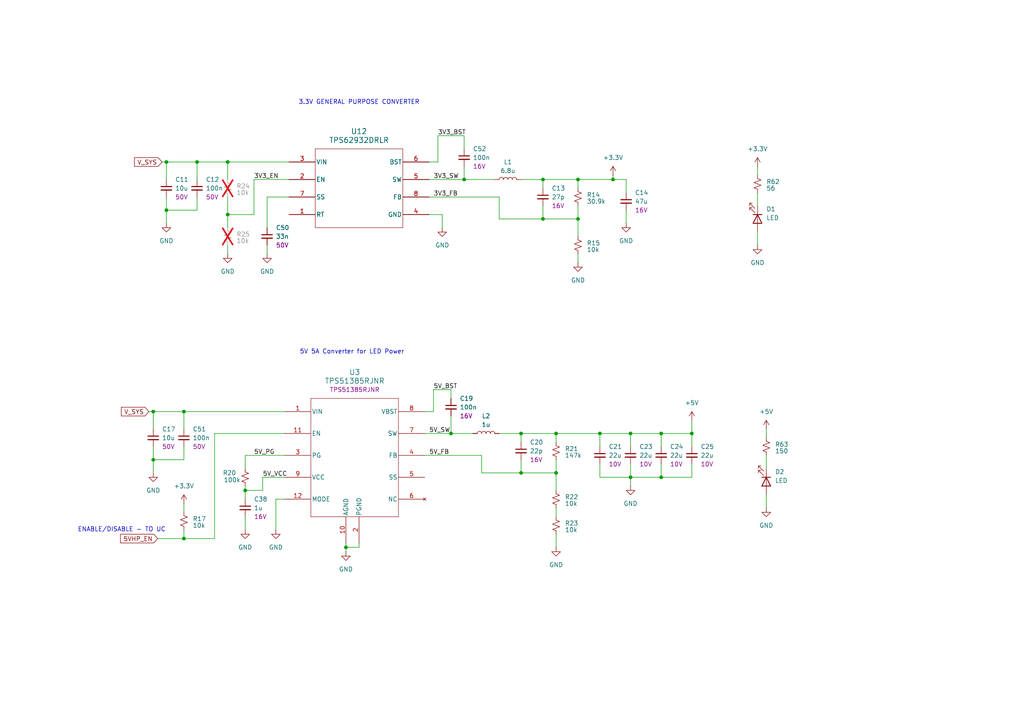
<source format=kicad_sch>
(kicad_sch
	(version 20231120)
	(generator "eeschema")
	(generator_version "8.0")
	(uuid "34be7306-047c-4d83-b13b-5907c9a73bb4")
	(paper "A4")
	(lib_symbols
		(symbol "1_User_Library:Inductor"
			(pin_numbers hide)
			(pin_names
				(offset 1.016) hide)
			(exclude_from_sim no)
			(in_bom yes)
			(on_board yes)
			(property "Reference" "L"
				(at -1.27 0 90)
				(effects
					(font
						(size 1.27 1.27)
					)
				)
			)
			(property "Value" "Inductor"
				(at 1.905 0 90)
				(effects
					(font
						(size 1.27 1.27)
					)
				)
			)
			(property "Footprint" ""
				(at 0 0 0)
				(effects
					(font
						(size 1.27 1.27)
					)
					(hide yes)
				)
			)
			(property "Datasheet" "~"
				(at 0 0 0)
				(effects
					(font
						(size 1.27 1.27)
					)
					(hide yes)
				)
			)
			(property "Description" "Inductor"
				(at 0 0 0)
				(effects
					(font
						(size 1.27 1.27)
					)
					(hide yes)
				)
			)
			(property "Part Number" ""
				(at 0 0 0)
				(effects
					(font
						(size 1.27 1.27)
					)
					(hide yes)
				)
			)
			(property "ki_keywords" "inductor choke coil reactor magnetic"
				(at 0 0 0)
				(effects
					(font
						(size 1.27 1.27)
					)
					(hide yes)
				)
			)
			(property "ki_fp_filters" "Choke_* *Coil* Inductor_* L_*"
				(at 0 0 0)
				(effects
					(font
						(size 1.27 1.27)
					)
					(hide yes)
				)
			)
			(symbol "Inductor_0_1"
				(arc
					(start 0 -2.54)
					(mid 0.6323 -1.905)
					(end 0 -1.27)
					(stroke
						(width 0)
						(type default)
					)
					(fill
						(type none)
					)
				)
				(arc
					(start 0 -1.27)
					(mid 0.6323 -0.635)
					(end 0 0)
					(stroke
						(width 0)
						(type default)
					)
					(fill
						(type none)
					)
				)
				(arc
					(start 0 0)
					(mid 0.6323 0.635)
					(end 0 1.27)
					(stroke
						(width 0)
						(type default)
					)
					(fill
						(type none)
					)
				)
				(arc
					(start 0 1.27)
					(mid 0.6323 1.905)
					(end 0 2.54)
					(stroke
						(width 0)
						(type default)
					)
					(fill
						(type none)
					)
				)
			)
			(symbol "Inductor_1_1"
				(pin passive line
					(at 0 3.81 270)
					(length 1.27)
					(name "1"
						(effects
							(font
								(size 1.27 1.27)
							)
						)
					)
					(number "1"
						(effects
							(font
								(size 1.27 1.27)
							)
						)
					)
				)
				(pin passive line
					(at 0 -3.81 90)
					(length 1.27)
					(name "2"
						(effects
							(font
								(size 1.27 1.27)
							)
						)
					)
					(number "2"
						(effects
							(font
								(size 1.27 1.27)
							)
						)
					)
				)
			)
		)
		(symbol "1_User_Library:Resistor"
			(pin_numbers hide)
			(pin_names
				(offset 0.254) hide)
			(exclude_from_sim no)
			(in_bom yes)
			(on_board yes)
			(property "Reference" "R"
				(at 0.762 0.508 0)
				(effects
					(font
						(size 1.27 1.27)
					)
					(justify left)
				)
			)
			(property "Value" ""
				(at 0.762 -1.016 0)
				(effects
					(font
						(size 1.27 1.27)
					)
					(justify left)
				)
			)
			(property "Footprint" ""
				(at 0 0 0)
				(effects
					(font
						(size 1.27 1.27)
					)
					(hide yes)
				)
			)
			(property "Datasheet" "~"
				(at 0 0 0)
				(effects
					(font
						(size 1.27 1.27)
					)
					(hide yes)
				)
			)
			(property "Description" ""
				(at 0 0 0)
				(effects
					(font
						(size 1.27 1.27)
					)
					(hide yes)
				)
			)
			(property "Part Number" ""
				(at 0 0 0)
				(effects
					(font
						(size 1.27 1.27)
					)
					(hide yes)
				)
			)
			(property "ki_keywords" "r resistor"
				(at 0 0 0)
				(effects
					(font
						(size 1.27 1.27)
					)
					(hide yes)
				)
			)
			(property "ki_fp_filters" "R_*"
				(at 0 0 0)
				(effects
					(font
						(size 1.27 1.27)
					)
					(hide yes)
				)
			)
			(symbol "Resistor_1_1"
				(polyline
					(pts
						(xy 0 0) (xy 1.016 -0.381) (xy 0 -0.762) (xy -1.016 -1.143) (xy 0 -1.524)
					)
					(stroke
						(width 0)
						(type default)
					)
					(fill
						(type none)
					)
				)
				(polyline
					(pts
						(xy 0 1.524) (xy 1.016 1.143) (xy 0 0.762) (xy -1.016 0.381) (xy 0 0)
					)
					(stroke
						(width 0)
						(type default)
					)
					(fill
						(type none)
					)
				)
				(pin passive line
					(at 0 2.54 270)
					(length 1.016)
					(name "~"
						(effects
							(font
								(size 1.27 1.27)
							)
						)
					)
					(number "1"
						(effects
							(font
								(size 1.27 1.27)
							)
						)
					)
				)
				(pin passive line
					(at 0 -2.54 90)
					(length 1.016)
					(name "~"
						(effects
							(font
								(size 1.27 1.27)
							)
						)
					)
					(number "2"
						(effects
							(font
								(size 1.27 1.27)
							)
						)
					)
				)
			)
		)
		(symbol "1_User_Library:TPS51385RJNR"
			(pin_names
				(offset 0.254)
			)
			(exclude_from_sim no)
			(in_bom yes)
			(on_board yes)
			(property "Reference" "U"
				(at 20.32 10.16 0)
				(effects
					(font
						(size 1.524 1.524)
					)
				)
			)
			(property "Value" "TPS51385RJNR"
				(at 20.32 7.62 0)
				(effects
					(font
						(size 1.524 1.524)
					)
				)
			)
			(property "Footprint" "VQFN-HR12_RJN_TEX"
				(at 8.128 13.208 0)
				(effects
					(font
						(size 1.27 1.27)
						(italic yes)
					)
					(hide yes)
				)
			)
			(property "Datasheet" "TPS51385RJNR"
				(at 6.858 15.494 0)
				(effects
					(font
						(size 1.27 1.27)
						(italic yes)
					)
					(hide yes)
				)
			)
			(property "Description" "4.5-V to 24-V input, 7-A synchronous step-down voltage regulator "
				(at 35.56 -31.75 0)
				(effects
					(font
						(size 1.27 1.27)
					)
					(hide yes)
				)
			)
			(property "Part Number" "TPS51385RJNR"
				(at 0 0 0)
				(effects
					(font
						(size 1.27 1.27)
					)
				)
			)
			(property "ki_keywords" "TPS51385RJNR"
				(at 0 0 0)
				(effects
					(font
						(size 1.27 1.27)
					)
					(hide yes)
				)
			)
			(property "ki_fp_filters" "VQFN-HR12_RJN_TEX"
				(at 0 0 0)
				(effects
					(font
						(size 1.27 1.27)
					)
					(hide yes)
				)
			)
			(symbol "TPS51385RJNR_0_1"
				(polyline
					(pts
						(xy 7.62 -29.21) (xy 33.02 -29.21)
					)
					(stroke
						(width 0.127)
						(type default)
					)
					(fill
						(type none)
					)
				)
				(polyline
					(pts
						(xy 7.62 5.08) (xy 7.62 -29.21)
					)
					(stroke
						(width 0.127)
						(type default)
					)
					(fill
						(type none)
					)
				)
				(polyline
					(pts
						(xy 33.02 -29.21) (xy 33.02 5.08)
					)
					(stroke
						(width 0.127)
						(type default)
					)
					(fill
						(type none)
					)
				)
				(polyline
					(pts
						(xy 33.02 5.08) (xy 7.62 5.08)
					)
					(stroke
						(width 0.127)
						(type default)
					)
					(fill
						(type none)
					)
				)
				(pin power_in line
					(at 0 1.27 0)
					(length 7.62)
					(name "VIN"
						(effects
							(font
								(size 1.27 1.27)
							)
						)
					)
					(number "1"
						(effects
							(font
								(size 1.27 1.27)
							)
						)
					)
				)
				(pin power_out line
					(at 17.78 -36.83 90)
					(length 7.62)
					(name "AGND"
						(effects
							(font
								(size 1.27 1.27)
							)
						)
					)
					(number "10"
						(effects
							(font
								(size 1.27 1.27)
							)
						)
					)
				)
				(pin input line
					(at 0 -5.08 0)
					(length 7.62)
					(name "EN"
						(effects
							(font
								(size 1.27 1.27)
							)
						)
					)
					(number "11"
						(effects
							(font
								(size 1.27 1.27)
							)
						)
					)
				)
				(pin input line
					(at 0 -24.13 0)
					(length 7.62)
					(name "MODE"
						(effects
							(font
								(size 1.27 1.27)
							)
						)
					)
					(number "12"
						(effects
							(font
								(size 1.27 1.27)
							)
						)
					)
				)
				(pin power_out line
					(at 21.59 -36.83 90)
					(length 7.62)
					(name "PGND"
						(effects
							(font
								(size 1.27 1.27)
							)
						)
					)
					(number "2"
						(effects
							(font
								(size 1.27 1.27)
							)
						)
					)
				)
				(pin output line
					(at 0 -11.43 0)
					(length 7.62)
					(name "PG"
						(effects
							(font
								(size 1.27 1.27)
							)
						)
					)
					(number "3"
						(effects
							(font
								(size 1.27 1.27)
							)
						)
					)
				)
				(pin input line
					(at 40.64 -11.43 180)
					(length 7.62)
					(name "FB"
						(effects
							(font
								(size 1.27 1.27)
							)
						)
					)
					(number "4"
						(effects
							(font
								(size 1.27 1.27)
							)
						)
					)
				)
				(pin output line
					(at 40.64 -17.78 180)
					(length 7.62)
					(name "SS"
						(effects
							(font
								(size 1.27 1.27)
							)
						)
					)
					(number "5"
						(effects
							(font
								(size 1.27 1.27)
							)
						)
					)
				)
				(pin no_connect line
					(at 40.64 -24.13 180)
					(length 7.62)
					(name "NC"
						(effects
							(font
								(size 1.27 1.27)
							)
						)
					)
					(number "6"
						(effects
							(font
								(size 1.27 1.27)
							)
						)
					)
				)
				(pin output line
					(at 40.64 -5.08 180)
					(length 7.62)
					(name "SW"
						(effects
							(font
								(size 1.27 1.27)
							)
						)
					)
					(number "7"
						(effects
							(font
								(size 1.27 1.27)
							)
						)
					)
				)
				(pin input line
					(at 40.64 1.27 180)
					(length 7.62)
					(name "VBST"
						(effects
							(font
								(size 1.27 1.27)
							)
						)
					)
					(number "8"
						(effects
							(font
								(size 1.27 1.27)
							)
						)
					)
				)
				(pin output line
					(at 0 -17.78 0)
					(length 7.62)
					(name "VCC"
						(effects
							(font
								(size 1.27 1.27)
							)
						)
					)
					(number "9"
						(effects
							(font
								(size 1.27 1.27)
							)
						)
					)
				)
			)
		)
		(symbol "1_User_Library:TPS62932DRLR"
			(pin_names
				(offset 0.254)
			)
			(exclude_from_sim no)
			(in_bom yes)
			(on_board yes)
			(property "Reference" "U"
				(at 20.32 12.7 0)
				(effects
					(font
						(size 1.524 1.524)
					)
				)
			)
			(property "Value" "TPS62932DRLR"
				(at 20.32 10.16 0)
				(effects
					(font
						(size 1.524 1.524)
					)
				)
			)
			(property "Footprint" "SOT8_DRL_TEX"
				(at -12.7 -7.62 0)
				(effects
					(font
						(size 1.27 1.27)
						(italic yes)
					)
					(hide yes)
				)
			)
			(property "Datasheet" "TPS62932DRLR"
				(at -12.7 -7.62 0)
				(effects
					(font
						(size 1.27 1.27)
						(italic yes)
					)
					(hide yes)
				)
			)
			(property "Description" ""
				(at -12.7 -7.62 0)
				(effects
					(font
						(size 1.27 1.27)
					)
					(hide yes)
				)
			)
			(property "ki_locked" ""
				(at 0 0 0)
				(effects
					(font
						(size 1.27 1.27)
					)
				)
			)
			(property "ki_keywords" "TPS62932DRLR"
				(at 0 0 0)
				(effects
					(font
						(size 1.27 1.27)
					)
					(hide yes)
				)
			)
			(property "ki_fp_filters" "SOT8_DRL_TEX SOT8_DRL_TEX-M SOT8_DRL_TEX-L"
				(at 0 0 0)
				(effects
					(font
						(size 1.27 1.27)
					)
					(hide yes)
				)
			)
			(symbol "TPS62932DRLR_0_1"
				(polyline
					(pts
						(xy 7.62 -15.24) (xy 33.02 -15.24)
					)
					(stroke
						(width 0.127)
						(type default)
					)
					(fill
						(type none)
					)
				)
				(polyline
					(pts
						(xy 7.62 7.62) (xy 7.62 -15.24)
					)
					(stroke
						(width 0.127)
						(type default)
					)
					(fill
						(type none)
					)
				)
				(polyline
					(pts
						(xy 33.02 -15.24) (xy 33.02 7.62)
					)
					(stroke
						(width 0.127)
						(type default)
					)
					(fill
						(type none)
					)
				)
				(polyline
					(pts
						(xy 33.02 7.62) (xy 7.62 7.62)
					)
					(stroke
						(width 0.127)
						(type default)
					)
					(fill
						(type none)
					)
				)
				(pin unspecified line
					(at 0 -11.43 0)
					(length 7.62)
					(name "RT"
						(effects
							(font
								(size 1.27 1.27)
							)
						)
					)
					(number "1"
						(effects
							(font
								(size 1.27 1.27)
							)
						)
					)
				)
				(pin unspecified line
					(at 0 -1.27 0)
					(length 7.62)
					(name "EN"
						(effects
							(font
								(size 1.27 1.27)
							)
						)
					)
					(number "2"
						(effects
							(font
								(size 1.27 1.27)
							)
						)
					)
				)
				(pin power_in line
					(at 0 3.81 0)
					(length 7.62)
					(name "VIN"
						(effects
							(font
								(size 1.27 1.27)
							)
						)
					)
					(number "3"
						(effects
							(font
								(size 1.27 1.27)
							)
						)
					)
				)
				(pin power_out line
					(at 40.64 -11.43 180)
					(length 7.62)
					(name "GND"
						(effects
							(font
								(size 1.27 1.27)
							)
						)
					)
					(number "4"
						(effects
							(font
								(size 1.27 1.27)
							)
						)
					)
				)
				(pin power_in line
					(at 40.64 -1.27 180)
					(length 7.62)
					(name "SW"
						(effects
							(font
								(size 1.27 1.27)
							)
						)
					)
					(number "5"
						(effects
							(font
								(size 1.27 1.27)
							)
						)
					)
				)
				(pin power_in line
					(at 40.64 3.81 180)
					(length 7.62)
					(name "BST"
						(effects
							(font
								(size 1.27 1.27)
							)
						)
					)
					(number "6"
						(effects
							(font
								(size 1.27 1.27)
							)
						)
					)
				)
				(pin unspecified line
					(at 0 -6.35 0)
					(length 7.62)
					(name "SS"
						(effects
							(font
								(size 1.27 1.27)
							)
						)
					)
					(number "7"
						(effects
							(font
								(size 1.27 1.27)
							)
						)
					)
				)
				(pin unspecified line
					(at 40.64 -6.35 180)
					(length 7.62)
					(name "FB"
						(effects
							(font
								(size 1.27 1.27)
							)
						)
					)
					(number "8"
						(effects
							(font
								(size 1.27 1.27)
							)
						)
					)
				)
			)
		)
		(symbol "Capacitor_non_polar_1"
			(pin_numbers hide)
			(pin_names
				(offset 0.254) hide)
			(exclude_from_sim no)
			(in_bom yes)
			(on_board yes)
			(property "Reference" "C"
				(at 2.54 1.778 0)
				(effects
					(font
						(size 1.27 1.27)
					)
					(justify left)
				)
			)
			(property "Value" "val"
				(at 2.54 0 0)
				(effects
					(font
						(size 1.27 1.27)
					)
					(justify left)
				)
			)
			(property "Footprint" ""
				(at 0 0 0)
				(effects
					(font
						(size 1.27 1.27)
					)
					(hide yes)
				)
			)
			(property "Datasheet" "~"
				(at 0 0 0)
				(effects
					(font
						(size 1.27 1.27)
					)
					(hide yes)
				)
			)
			(property "Description" ""
				(at 0 0 0)
				(effects
					(font
						(size 1.27 1.27)
					)
					(hide yes)
				)
			)
			(property "Part Number" ""
				(at 0 0 0)
				(effects
					(font
						(size 1.27 1.27)
					)
					(hide yes)
				)
			)
			(property "Voltage" "Vol"
				(at 2.54 -2.032 0)
				(effects
					(font
						(size 1.27 1.27)
					)
					(justify left)
				)
			)
			(property "ki_keywords" "capacitor cap"
				(at 0 0 0)
				(effects
					(font
						(size 1.27 1.27)
					)
					(hide yes)
				)
			)
			(property "ki_fp_filters" "C_*"
				(at 0 0 0)
				(effects
					(font
						(size 1.27 1.27)
					)
					(hide yes)
				)
			)
			(symbol "Capacitor_non_polar_1_0_1"
				(polyline
					(pts
						(xy -1.524 -0.508) (xy 1.524 -0.508)
					)
					(stroke
						(width 0.3302)
						(type default)
					)
					(fill
						(type none)
					)
				)
				(polyline
					(pts
						(xy -1.524 0.508) (xy 1.524 0.508)
					)
					(stroke
						(width 0.3048)
						(type default)
					)
					(fill
						(type none)
					)
				)
			)
			(symbol "Capacitor_non_polar_1_1_1"
				(pin passive line
					(at 0 2.54 270)
					(length 2.032)
					(name "~"
						(effects
							(font
								(size 1.27 1.27)
							)
						)
					)
					(number "1"
						(effects
							(font
								(size 1.27 1.27)
							)
						)
					)
				)
				(pin passive line
					(at 0 -2.54 90)
					(length 2.032)
					(name "~"
						(effects
							(font
								(size 1.27 1.27)
							)
						)
					)
					(number "2"
						(effects
							(font
								(size 1.27 1.27)
							)
						)
					)
				)
			)
		)
		(symbol "Capacitor_non_polar_2"
			(pin_numbers hide)
			(pin_names
				(offset 0.254) hide)
			(exclude_from_sim no)
			(in_bom yes)
			(on_board yes)
			(property "Reference" "C"
				(at 2.54 1.778 0)
				(effects
					(font
						(size 1.27 1.27)
					)
					(justify left)
				)
			)
			(property "Value" "val"
				(at 2.54 0 0)
				(effects
					(font
						(size 1.27 1.27)
					)
					(justify left)
				)
			)
			(property "Footprint" ""
				(at 0 0 0)
				(effects
					(font
						(size 1.27 1.27)
					)
					(hide yes)
				)
			)
			(property "Datasheet" "~"
				(at 0 0 0)
				(effects
					(font
						(size 1.27 1.27)
					)
					(hide yes)
				)
			)
			(property "Description" ""
				(at 0 0 0)
				(effects
					(font
						(size 1.27 1.27)
					)
					(hide yes)
				)
			)
			(property "Part Number" ""
				(at 0 0 0)
				(effects
					(font
						(size 1.27 1.27)
					)
					(hide yes)
				)
			)
			(property "Voltage" "Vol"
				(at 2.54 -2.032 0)
				(effects
					(font
						(size 1.27 1.27)
					)
					(justify left)
				)
			)
			(property "ki_keywords" "capacitor cap"
				(at 0 0 0)
				(effects
					(font
						(size 1.27 1.27)
					)
					(hide yes)
				)
			)
			(property "ki_fp_filters" "C_*"
				(at 0 0 0)
				(effects
					(font
						(size 1.27 1.27)
					)
					(hide yes)
				)
			)
			(symbol "Capacitor_non_polar_2_0_1"
				(polyline
					(pts
						(xy -1.524 -0.508) (xy 1.524 -0.508)
					)
					(stroke
						(width 0.3302)
						(type default)
					)
					(fill
						(type none)
					)
				)
				(polyline
					(pts
						(xy -1.524 0.508) (xy 1.524 0.508)
					)
					(stroke
						(width 0.3048)
						(type default)
					)
					(fill
						(type none)
					)
				)
			)
			(symbol "Capacitor_non_polar_2_1_1"
				(pin passive line
					(at 0 2.54 270)
					(length 2.032)
					(name "~"
						(effects
							(font
								(size 1.27 1.27)
							)
						)
					)
					(number "1"
						(effects
							(font
								(size 1.27 1.27)
							)
						)
					)
				)
				(pin passive line
					(at 0 -2.54 90)
					(length 2.032)
					(name "~"
						(effects
							(font
								(size 1.27 1.27)
							)
						)
					)
					(number "2"
						(effects
							(font
								(size 1.27 1.27)
							)
						)
					)
				)
			)
		)
		(symbol "Device:LED"
			(pin_numbers hide)
			(pin_names
				(offset 1.016) hide)
			(exclude_from_sim no)
			(in_bom yes)
			(on_board yes)
			(property "Reference" "D"
				(at 0 2.54 0)
				(effects
					(font
						(size 1.27 1.27)
					)
				)
			)
			(property "Value" "LED"
				(at 0 -2.54 0)
				(effects
					(font
						(size 1.27 1.27)
					)
				)
			)
			(property "Footprint" ""
				(at 0 0 0)
				(effects
					(font
						(size 1.27 1.27)
					)
					(hide yes)
				)
			)
			(property "Datasheet" "~"
				(at 0 0 0)
				(effects
					(font
						(size 1.27 1.27)
					)
					(hide yes)
				)
			)
			(property "Description" "Light emitting diode"
				(at 0 0 0)
				(effects
					(font
						(size 1.27 1.27)
					)
					(hide yes)
				)
			)
			(property "ki_keywords" "LED diode"
				(at 0 0 0)
				(effects
					(font
						(size 1.27 1.27)
					)
					(hide yes)
				)
			)
			(property "ki_fp_filters" "LED* LED_SMD:* LED_THT:*"
				(at 0 0 0)
				(effects
					(font
						(size 1.27 1.27)
					)
					(hide yes)
				)
			)
			(symbol "LED_0_1"
				(polyline
					(pts
						(xy -1.27 -1.27) (xy -1.27 1.27)
					)
					(stroke
						(width 0.254)
						(type default)
					)
					(fill
						(type none)
					)
				)
				(polyline
					(pts
						(xy -1.27 0) (xy 1.27 0)
					)
					(stroke
						(width 0)
						(type default)
					)
					(fill
						(type none)
					)
				)
				(polyline
					(pts
						(xy 1.27 -1.27) (xy 1.27 1.27) (xy -1.27 0) (xy 1.27 -1.27)
					)
					(stroke
						(width 0.254)
						(type default)
					)
					(fill
						(type none)
					)
				)
				(polyline
					(pts
						(xy -3.048 -0.762) (xy -4.572 -2.286) (xy -3.81 -2.286) (xy -4.572 -2.286) (xy -4.572 -1.524)
					)
					(stroke
						(width 0)
						(type default)
					)
					(fill
						(type none)
					)
				)
				(polyline
					(pts
						(xy -1.778 -0.762) (xy -3.302 -2.286) (xy -2.54 -2.286) (xy -3.302 -2.286) (xy -3.302 -1.524)
					)
					(stroke
						(width 0)
						(type default)
					)
					(fill
						(type none)
					)
				)
			)
			(symbol "LED_1_1"
				(pin passive line
					(at -3.81 0 0)
					(length 2.54)
					(name "K"
						(effects
							(font
								(size 1.27 1.27)
							)
						)
					)
					(number "1"
						(effects
							(font
								(size 1.27 1.27)
							)
						)
					)
				)
				(pin passive line
					(at 3.81 0 180)
					(length 2.54)
					(name "A"
						(effects
							(font
								(size 1.27 1.27)
							)
						)
					)
					(number "2"
						(effects
							(font
								(size 1.27 1.27)
							)
						)
					)
				)
			)
		)
		(symbol "power:+3.3V"
			(power)
			(pin_numbers hide)
			(pin_names
				(offset 0) hide)
			(exclude_from_sim no)
			(in_bom yes)
			(on_board yes)
			(property "Reference" "#PWR"
				(at 0 -3.81 0)
				(effects
					(font
						(size 1.27 1.27)
					)
					(hide yes)
				)
			)
			(property "Value" "+3.3V"
				(at 0 3.556 0)
				(effects
					(font
						(size 1.27 1.27)
					)
				)
			)
			(property "Footprint" ""
				(at 0 0 0)
				(effects
					(font
						(size 1.27 1.27)
					)
					(hide yes)
				)
			)
			(property "Datasheet" ""
				(at 0 0 0)
				(effects
					(font
						(size 1.27 1.27)
					)
					(hide yes)
				)
			)
			(property "Description" "Power symbol creates a global label with name \"+3.3V\""
				(at 0 0 0)
				(effects
					(font
						(size 1.27 1.27)
					)
					(hide yes)
				)
			)
			(property "ki_keywords" "global power"
				(at 0 0 0)
				(effects
					(font
						(size 1.27 1.27)
					)
					(hide yes)
				)
			)
			(symbol "+3.3V_0_1"
				(polyline
					(pts
						(xy -0.762 1.27) (xy 0 2.54)
					)
					(stroke
						(width 0)
						(type default)
					)
					(fill
						(type none)
					)
				)
				(polyline
					(pts
						(xy 0 0) (xy 0 2.54)
					)
					(stroke
						(width 0)
						(type default)
					)
					(fill
						(type none)
					)
				)
				(polyline
					(pts
						(xy 0 2.54) (xy 0.762 1.27)
					)
					(stroke
						(width 0)
						(type default)
					)
					(fill
						(type none)
					)
				)
			)
			(symbol "+3.3V_1_1"
				(pin power_in line
					(at 0 0 90)
					(length 0)
					(name "~"
						(effects
							(font
								(size 1.27 1.27)
							)
						)
					)
					(number "1"
						(effects
							(font
								(size 1.27 1.27)
							)
						)
					)
				)
			)
		)
		(symbol "power:+5V"
			(power)
			(pin_numbers hide)
			(pin_names
				(offset 0) hide)
			(exclude_from_sim no)
			(in_bom yes)
			(on_board yes)
			(property "Reference" "#PWR"
				(at 0 -3.81 0)
				(effects
					(font
						(size 1.27 1.27)
					)
					(hide yes)
				)
			)
			(property "Value" "+5V"
				(at 0 3.556 0)
				(effects
					(font
						(size 1.27 1.27)
					)
				)
			)
			(property "Footprint" ""
				(at 0 0 0)
				(effects
					(font
						(size 1.27 1.27)
					)
					(hide yes)
				)
			)
			(property "Datasheet" ""
				(at 0 0 0)
				(effects
					(font
						(size 1.27 1.27)
					)
					(hide yes)
				)
			)
			(property "Description" "Power symbol creates a global label with name \"+5V\""
				(at 0 0 0)
				(effects
					(font
						(size 1.27 1.27)
					)
					(hide yes)
				)
			)
			(property "ki_keywords" "global power"
				(at 0 0 0)
				(effects
					(font
						(size 1.27 1.27)
					)
					(hide yes)
				)
			)
			(symbol "+5V_0_1"
				(polyline
					(pts
						(xy -0.762 1.27) (xy 0 2.54)
					)
					(stroke
						(width 0)
						(type default)
					)
					(fill
						(type none)
					)
				)
				(polyline
					(pts
						(xy 0 0) (xy 0 2.54)
					)
					(stroke
						(width 0)
						(type default)
					)
					(fill
						(type none)
					)
				)
				(polyline
					(pts
						(xy 0 2.54) (xy 0.762 1.27)
					)
					(stroke
						(width 0)
						(type default)
					)
					(fill
						(type none)
					)
				)
			)
			(symbol "+5V_1_1"
				(pin power_in line
					(at 0 0 90)
					(length 0)
					(name "~"
						(effects
							(font
								(size 1.27 1.27)
							)
						)
					)
					(number "1"
						(effects
							(font
								(size 1.27 1.27)
							)
						)
					)
				)
			)
		)
		(symbol "power:GND"
			(power)
			(pin_numbers hide)
			(pin_names
				(offset 0) hide)
			(exclude_from_sim no)
			(in_bom yes)
			(on_board yes)
			(property "Reference" "#PWR"
				(at 0 -6.35 0)
				(effects
					(font
						(size 1.27 1.27)
					)
					(hide yes)
				)
			)
			(property "Value" "GND"
				(at 0 -3.81 0)
				(effects
					(font
						(size 1.27 1.27)
					)
				)
			)
			(property "Footprint" ""
				(at 0 0 0)
				(effects
					(font
						(size 1.27 1.27)
					)
					(hide yes)
				)
			)
			(property "Datasheet" ""
				(at 0 0 0)
				(effects
					(font
						(size 1.27 1.27)
					)
					(hide yes)
				)
			)
			(property "Description" "Power symbol creates a global label with name \"GND\" , ground"
				(at 0 0 0)
				(effects
					(font
						(size 1.27 1.27)
					)
					(hide yes)
				)
			)
			(property "ki_keywords" "global power"
				(at 0 0 0)
				(effects
					(font
						(size 1.27 1.27)
					)
					(hide yes)
				)
			)
			(symbol "GND_0_1"
				(polyline
					(pts
						(xy 0 0) (xy 0 -1.27) (xy 1.27 -1.27) (xy 0 -2.54) (xy -1.27 -1.27) (xy 0 -1.27)
					)
					(stroke
						(width 0)
						(type default)
					)
					(fill
						(type none)
					)
				)
			)
			(symbol "GND_1_1"
				(pin power_in line
					(at 0 0 270)
					(length 0)
					(name "~"
						(effects
							(font
								(size 1.27 1.27)
							)
						)
					)
					(number "1"
						(effects
							(font
								(size 1.27 1.27)
							)
						)
					)
				)
			)
		)
	)
	(junction
		(at 191.77 138.43)
		(diameter 0)
		(color 0 0 0 0)
		(uuid "0ceba712-ce13-4cdc-872a-86046b9f1692")
	)
	(junction
		(at 53.34 119.38)
		(diameter 0)
		(color 0 0 0 0)
		(uuid "17ce65a9-6364-4c34-b897-04f5943772fb")
	)
	(junction
		(at 66.04 46.99)
		(diameter 0)
		(color 0 0 0 0)
		(uuid "1a31ea7a-f2ae-4b2b-b145-10ef25598c45")
	)
	(junction
		(at 48.26 46.99)
		(diameter 0)
		(color 0 0 0 0)
		(uuid "20b0c6e1-46bc-4eb6-89cf-bc85c39994d8")
	)
	(junction
		(at 100.33 158.75)
		(diameter 0)
		(color 0 0 0 0)
		(uuid "2249daed-d7df-4b3e-a335-13ced4ab75d0")
	)
	(junction
		(at 161.29 125.73)
		(diameter 0)
		(color 0 0 0 0)
		(uuid "2baa6f1e-012f-4c98-bd46-8c57bbfc0be1")
	)
	(junction
		(at 182.88 138.43)
		(diameter 0)
		(color 0 0 0 0)
		(uuid "2cb85cf9-5e33-4a15-9a89-780087063873")
	)
	(junction
		(at 167.64 52.07)
		(diameter 0)
		(color 0 0 0 0)
		(uuid "352bf714-7449-463e-94d4-84e25376e895")
	)
	(junction
		(at 130.81 125.73)
		(diameter 0)
		(color 0 0 0 0)
		(uuid "438c6964-ba7e-41e0-87ff-94778c9159ec")
	)
	(junction
		(at 44.45 119.38)
		(diameter 0)
		(color 0 0 0 0)
		(uuid "4c9bb438-8e51-4a25-9e6c-14035f24d1d1")
	)
	(junction
		(at 182.88 125.73)
		(diameter 0)
		(color 0 0 0 0)
		(uuid "63c26b44-bf96-41b9-a326-1dd3bcb23cc8")
	)
	(junction
		(at 44.45 133.35)
		(diameter 0)
		(color 0 0 0 0)
		(uuid "6c18161d-3ca2-4b25-9545-133f1eba536b")
	)
	(junction
		(at 191.77 125.73)
		(diameter 0)
		(color 0 0 0 0)
		(uuid "6fc6db71-e837-46a0-8510-bedbb66c241b")
	)
	(junction
		(at 151.13 125.73)
		(diameter 0)
		(color 0 0 0 0)
		(uuid "7a9ecc53-273f-4d9c-bdc8-149e1858be26")
	)
	(junction
		(at 157.48 52.07)
		(diameter 0)
		(color 0 0 0 0)
		(uuid "82666aed-e9bd-4351-b3d1-169d61e213b7")
	)
	(junction
		(at 134.62 52.07)
		(diameter 0)
		(color 0 0 0 0)
		(uuid "84506908-b5b7-4e6f-8f60-c2214ef5cdeb")
	)
	(junction
		(at 167.64 63.5)
		(diameter 0)
		(color 0 0 0 0)
		(uuid "85f4b2aa-2ee9-4fae-95d4-99f76b0224e6")
	)
	(junction
		(at 177.8 52.07)
		(diameter 0)
		(color 0 0 0 0)
		(uuid "8f1e36dc-9140-4b28-8a03-0d7c14043f61")
	)
	(junction
		(at 173.99 125.73)
		(diameter 0)
		(color 0 0 0 0)
		(uuid "95376e5f-44ad-4ec7-90f2-c83d50206dfb")
	)
	(junction
		(at 161.29 137.16)
		(diameter 0)
		(color 0 0 0 0)
		(uuid "99533bfc-7f4c-46ac-a3a0-f0f064b7be78")
	)
	(junction
		(at 48.26 60.96)
		(diameter 0)
		(color 0 0 0 0)
		(uuid "9fccd9b3-c0c2-4033-8dcb-1c661de1cbc0")
	)
	(junction
		(at 57.15 46.99)
		(diameter 0)
		(color 0 0 0 0)
		(uuid "a49b165b-b175-45b0-8571-f04c9a36ac17")
	)
	(junction
		(at 71.12 142.24)
		(diameter 0)
		(color 0 0 0 0)
		(uuid "ba42aa22-a9b0-4a17-92f3-7d1995225ac8")
	)
	(junction
		(at 53.34 156.21)
		(diameter 0)
		(color 0 0 0 0)
		(uuid "ca3b77ba-9ff4-448d-b6bc-87ec53380ba9")
	)
	(junction
		(at 151.13 137.16)
		(diameter 0)
		(color 0 0 0 0)
		(uuid "cdb8972e-467e-4f2b-a302-a9939e891982")
	)
	(junction
		(at 157.48 63.5)
		(diameter 0)
		(color 0 0 0 0)
		(uuid "df61d9d9-5aac-4f29-a795-022625f6681d")
	)
	(junction
		(at 66.04 62.23)
		(diameter 0)
		(color 0 0 0 0)
		(uuid "f929b25c-b1d8-4a29-b4e6-e8351402b3d7")
	)
	(junction
		(at 200.66 125.73)
		(diameter 0)
		(color 0 0 0 0)
		(uuid "faf1fe4b-20c1-4144-a86f-44e23f730fc6")
	)
	(wire
		(pts
			(xy 104.14 157.48) (xy 104.14 158.75)
		)
		(stroke
			(width 0)
			(type default)
		)
		(uuid "03ecc63d-436d-436b-8711-287079330527")
	)
	(wire
		(pts
			(xy 167.64 52.07) (xy 167.64 54.61)
		)
		(stroke
			(width 0)
			(type default)
		)
		(uuid "04dc61c0-ae3c-47c7-9e67-b5a420bc084e")
	)
	(wire
		(pts
			(xy 173.99 129.54) (xy 173.99 125.73)
		)
		(stroke
			(width 0)
			(type default)
		)
		(uuid "0a1ffd72-4f27-441c-91a0-88ee8d2f8d5c")
	)
	(wire
		(pts
			(xy 123.19 119.38) (xy 125.73 119.38)
		)
		(stroke
			(width 0)
			(type default)
		)
		(uuid "0c4e261c-d410-4384-a170-a84ab11fde15")
	)
	(wire
		(pts
			(xy 144.78 57.15) (xy 144.78 63.5)
		)
		(stroke
			(width 0)
			(type default)
		)
		(uuid "0c9654a8-f73f-4050-9e04-9c01f8bb9b66")
	)
	(wire
		(pts
			(xy 124.46 57.15) (xy 144.78 57.15)
		)
		(stroke
			(width 0)
			(type default)
		)
		(uuid "10a5da42-e1f9-435e-888c-195b6962a621")
	)
	(wire
		(pts
			(xy 200.66 134.62) (xy 200.66 138.43)
		)
		(stroke
			(width 0)
			(type default)
		)
		(uuid "128c795f-a631-4f71-a08d-bd5ca938ed25")
	)
	(wire
		(pts
			(xy 57.15 60.96) (xy 57.15 57.15)
		)
		(stroke
			(width 0)
			(type default)
		)
		(uuid "13293bcb-6ec4-4b17-8a98-32d493e72a6d")
	)
	(wire
		(pts
			(xy 46.99 46.99) (xy 48.26 46.99)
		)
		(stroke
			(width 0)
			(type default)
		)
		(uuid "14db04bc-36ab-47e8-ad09-1ac4a2cc4207")
	)
	(wire
		(pts
			(xy 182.88 129.54) (xy 182.88 125.73)
		)
		(stroke
			(width 0)
			(type default)
		)
		(uuid "153aa994-88ee-432e-8edf-aa26d0c029c2")
	)
	(wire
		(pts
			(xy 66.04 46.99) (xy 83.82 46.99)
		)
		(stroke
			(width 0)
			(type default)
		)
		(uuid "16fcf830-40c5-4bd8-957e-77116fd22b3c")
	)
	(wire
		(pts
			(xy 130.81 125.73) (xy 137.16 125.73)
		)
		(stroke
			(width 0)
			(type default)
		)
		(uuid "19dc601f-142f-4f15-8216-e0207e3e856f")
	)
	(wire
		(pts
			(xy 222.25 143.51) (xy 222.25 147.32)
		)
		(stroke
			(width 0)
			(type default)
		)
		(uuid "1b8a06fd-0dda-471f-b784-56c0b40237b8")
	)
	(wire
		(pts
			(xy 100.33 157.48) (xy 100.33 158.75)
		)
		(stroke
			(width 0)
			(type default)
		)
		(uuid "1f8c8aad-d109-493d-87d6-d7ff17ae3242")
	)
	(wire
		(pts
			(xy 57.15 46.99) (xy 66.04 46.99)
		)
		(stroke
			(width 0)
			(type default)
		)
		(uuid "22e70dde-ec97-4c48-9a22-344ff6c87824")
	)
	(wire
		(pts
			(xy 48.26 46.99) (xy 57.15 46.99)
		)
		(stroke
			(width 0)
			(type default)
		)
		(uuid "23caefc0-9270-4589-87ec-ab56a8c3e0e0")
	)
	(wire
		(pts
			(xy 53.34 133.35) (xy 53.34 129.54)
		)
		(stroke
			(width 0)
			(type default)
		)
		(uuid "24675434-2390-4db0-a028-871b03c67cc7")
	)
	(wire
		(pts
			(xy 167.64 63.5) (xy 167.64 68.58)
		)
		(stroke
			(width 0)
			(type default)
		)
		(uuid "26946103-0ccd-44e6-95f7-a2e7b95c44e7")
	)
	(wire
		(pts
			(xy 128.27 62.23) (xy 128.27 66.04)
		)
		(stroke
			(width 0)
			(type default)
		)
		(uuid "2b025628-c0c9-4dae-a860-0f15fc77c6b7")
	)
	(wire
		(pts
			(xy 139.7 137.16) (xy 151.13 137.16)
		)
		(stroke
			(width 0)
			(type default)
		)
		(uuid "2cf0d085-da87-4c2a-8073-dca9583231d0")
	)
	(wire
		(pts
			(xy 161.29 133.35) (xy 161.29 137.16)
		)
		(stroke
			(width 0)
			(type default)
		)
		(uuid "2fa393b5-bb90-4364-ad64-81a3fb92b0b9")
	)
	(wire
		(pts
			(xy 222.25 124.46) (xy 222.25 127)
		)
		(stroke
			(width 0)
			(type default)
		)
		(uuid "30969a2f-863a-4adb-9887-7de01a49785a")
	)
	(wire
		(pts
			(xy 71.12 135.89) (xy 71.12 132.08)
		)
		(stroke
			(width 0)
			(type default)
		)
		(uuid "3144df33-a771-47d3-8c52-b754e70c5f12")
	)
	(wire
		(pts
			(xy 191.77 138.43) (xy 191.77 134.62)
		)
		(stroke
			(width 0)
			(type default)
		)
		(uuid "3437127d-7abf-4a85-8a8a-fa34f341f2fa")
	)
	(wire
		(pts
			(xy 66.04 62.23) (xy 73.66 62.23)
		)
		(stroke
			(width 0)
			(type default)
		)
		(uuid "34c6d318-9a32-4e80-bb2e-c67e1ac0219a")
	)
	(wire
		(pts
			(xy 167.64 73.66) (xy 167.64 76.2)
		)
		(stroke
			(width 0)
			(type default)
		)
		(uuid "36d79bf6-2f79-4264-bc42-5bc919e924e5")
	)
	(wire
		(pts
			(xy 44.45 133.35) (xy 53.34 133.35)
		)
		(stroke
			(width 0)
			(type default)
		)
		(uuid "37bdc690-74fa-4bab-ac4e-83870439482c")
	)
	(wire
		(pts
			(xy 219.71 48.26) (xy 219.71 50.8)
		)
		(stroke
			(width 0)
			(type default)
		)
		(uuid "39e29c16-0a92-462b-8fff-b7394600346b")
	)
	(wire
		(pts
			(xy 127 46.99) (xy 127 39.37)
		)
		(stroke
			(width 0)
			(type default)
		)
		(uuid "3adf9d60-7c32-4326-81ff-2571e7919ba2")
	)
	(wire
		(pts
			(xy 53.34 146.05) (xy 53.34 148.59)
		)
		(stroke
			(width 0)
			(type default)
		)
		(uuid "3b9a6bf0-7500-4be0-90dc-b4bf68e3d116")
	)
	(wire
		(pts
			(xy 53.34 153.67) (xy 53.34 156.21)
		)
		(stroke
			(width 0)
			(type default)
		)
		(uuid "3bbea537-d6c0-46d4-8e9b-54920b334bf8")
	)
	(wire
		(pts
			(xy 45.72 156.21) (xy 53.34 156.21)
		)
		(stroke
			(width 0)
			(type default)
		)
		(uuid "3f7841e4-4025-4967-abbf-c186184774fb")
	)
	(wire
		(pts
			(xy 62.23 125.73) (xy 62.23 156.21)
		)
		(stroke
			(width 0)
			(type default)
		)
		(uuid "46c55245-ea0e-4d9b-88ef-b37d57adcf7e")
	)
	(wire
		(pts
			(xy 73.66 62.23) (xy 73.66 52.07)
		)
		(stroke
			(width 0)
			(type default)
		)
		(uuid "499dd242-ed98-43ae-bb6f-5624f255c389")
	)
	(wire
		(pts
			(xy 134.62 48.26) (xy 134.62 52.07)
		)
		(stroke
			(width 0)
			(type default)
		)
		(uuid "4bb1b82a-fe2d-4df6-a055-1ce6f9e227c7")
	)
	(wire
		(pts
			(xy 222.25 132.08) (xy 222.25 135.89)
		)
		(stroke
			(width 0)
			(type default)
		)
		(uuid "4d380093-8a52-4566-b29d-d0e8f093f5b6")
	)
	(wire
		(pts
			(xy 71.12 142.24) (xy 71.12 140.97)
		)
		(stroke
			(width 0)
			(type default)
		)
		(uuid "4e70f32c-0c4f-4f80-909f-1942a8e5d338")
	)
	(wire
		(pts
			(xy 151.13 137.16) (xy 161.29 137.16)
		)
		(stroke
			(width 0)
			(type default)
		)
		(uuid "55ce7b8a-156e-402c-804d-020dccf413cf")
	)
	(wire
		(pts
			(xy 144.78 125.73) (xy 151.13 125.73)
		)
		(stroke
			(width 0)
			(type default)
		)
		(uuid "59f3c7ea-83e9-40f7-b1bd-ac45dddfbdb7")
	)
	(wire
		(pts
			(xy 161.29 147.32) (xy 161.29 149.86)
		)
		(stroke
			(width 0)
			(type default)
		)
		(uuid "5f7c0976-3652-43e6-8653-510249561f9d")
	)
	(wire
		(pts
			(xy 173.99 138.43) (xy 182.88 138.43)
		)
		(stroke
			(width 0)
			(type default)
		)
		(uuid "626ff7ed-92e0-40b5-bca7-59b6e0891694")
	)
	(wire
		(pts
			(xy 53.34 156.21) (xy 62.23 156.21)
		)
		(stroke
			(width 0)
			(type default)
		)
		(uuid "62a4f08c-dc92-4982-8f02-b4f20d86b7d9")
	)
	(wire
		(pts
			(xy 181.61 55.88) (xy 181.61 52.07)
		)
		(stroke
			(width 0)
			(type default)
		)
		(uuid "63529c52-ad4a-49b6-9874-e225003233d3")
	)
	(wire
		(pts
			(xy 200.66 138.43) (xy 191.77 138.43)
		)
		(stroke
			(width 0)
			(type default)
		)
		(uuid "65d24297-64e0-4817-950b-675723b05db3")
	)
	(wire
		(pts
			(xy 53.34 119.38) (xy 82.55 119.38)
		)
		(stroke
			(width 0)
			(type default)
		)
		(uuid "6706912f-93e0-4d9b-8327-76cac7cf84f8")
	)
	(wire
		(pts
			(xy 77.47 71.12) (xy 77.47 73.66)
		)
		(stroke
			(width 0)
			(type default)
		)
		(uuid "6953b957-9959-4235-b956-2d9dee110acc")
	)
	(wire
		(pts
			(xy 53.34 124.46) (xy 53.34 119.38)
		)
		(stroke
			(width 0)
			(type default)
		)
		(uuid "69f38517-1fff-457b-95d5-89ccee899094")
	)
	(wire
		(pts
			(xy 66.04 46.99) (xy 66.04 52.07)
		)
		(stroke
			(width 0)
			(type default)
		)
		(uuid "6c6e5165-1bbd-460b-82fa-e8df04c39b05")
	)
	(wire
		(pts
			(xy 161.29 137.16) (xy 161.29 142.24)
		)
		(stroke
			(width 0)
			(type default)
		)
		(uuid "6e1b4522-217e-4a06-b88f-f67a0d6adf89")
	)
	(wire
		(pts
			(xy 173.99 125.73) (xy 182.88 125.73)
		)
		(stroke
			(width 0)
			(type default)
		)
		(uuid "71666861-d6d4-42a0-9443-3a6cf6ecddea")
	)
	(wire
		(pts
			(xy 62.23 125.73) (xy 82.55 125.73)
		)
		(stroke
			(width 0)
			(type default)
		)
		(uuid "74a9aa18-d5fb-42ef-b04f-3c585cf35e31")
	)
	(wire
		(pts
			(xy 191.77 129.54) (xy 191.77 125.73)
		)
		(stroke
			(width 0)
			(type default)
		)
		(uuid "751c6bab-3427-4368-b7bc-606cb22f6ad4")
	)
	(wire
		(pts
			(xy 48.26 57.15) (xy 48.26 60.96)
		)
		(stroke
			(width 0)
			(type default)
		)
		(uuid "75676eb4-80aa-4e0f-ae8e-8d213d9c9543")
	)
	(wire
		(pts
			(xy 173.99 134.62) (xy 173.99 138.43)
		)
		(stroke
			(width 0)
			(type default)
		)
		(uuid "759ea419-234b-4e1d-bb1b-86cf662c57e2")
	)
	(wire
		(pts
			(xy 77.47 66.04) (xy 77.47 57.15)
		)
		(stroke
			(width 0)
			(type default)
		)
		(uuid "75e24a2e-b765-40be-bb31-0ee2dbd6a45e")
	)
	(wire
		(pts
			(xy 182.88 125.73) (xy 191.77 125.73)
		)
		(stroke
			(width 0)
			(type default)
		)
		(uuid "77e29197-649c-4a8a-8b2a-0aa1e6f7eb9e")
	)
	(wire
		(pts
			(xy 57.15 52.07) (xy 57.15 46.99)
		)
		(stroke
			(width 0)
			(type default)
		)
		(uuid "7cbcf1bd-ce7f-4052-bee5-8bdf3db33001")
	)
	(wire
		(pts
			(xy 123.19 132.08) (xy 139.7 132.08)
		)
		(stroke
			(width 0)
			(type default)
		)
		(uuid "7e1f9591-1a98-4b09-b6c3-4b751cc60ff7")
	)
	(wire
		(pts
			(xy 151.13 125.73) (xy 151.13 128.27)
		)
		(stroke
			(width 0)
			(type default)
		)
		(uuid "7eba1228-9a46-447a-90d9-55961457c571")
	)
	(wire
		(pts
			(xy 44.45 133.35) (xy 44.45 137.16)
		)
		(stroke
			(width 0)
			(type default)
		)
		(uuid "7ec3ba7a-b9d4-4708-8ef6-f4c36564a173")
	)
	(wire
		(pts
			(xy 157.48 52.07) (xy 167.64 52.07)
		)
		(stroke
			(width 0)
			(type default)
		)
		(uuid "800981cd-bf2e-492b-9787-aded9859dcce")
	)
	(wire
		(pts
			(xy 100.33 158.75) (xy 100.33 160.02)
		)
		(stroke
			(width 0)
			(type default)
		)
		(uuid "82ffcf4e-36dc-42a7-ac78-41409b27cc5d")
	)
	(wire
		(pts
			(xy 125.73 113.03) (xy 130.81 113.03)
		)
		(stroke
			(width 0)
			(type default)
		)
		(uuid "85da954b-7b24-4b66-bb2b-04537fcb459a")
	)
	(wire
		(pts
			(xy 200.66 125.73) (xy 200.66 129.54)
		)
		(stroke
			(width 0)
			(type default)
		)
		(uuid "8816bde0-04f5-406c-ae99-b53af1881e5a")
	)
	(wire
		(pts
			(xy 48.26 60.96) (xy 48.26 64.77)
		)
		(stroke
			(width 0)
			(type default)
		)
		(uuid "8a5cbaf8-cd24-4fd2-950f-f3105ff5c045")
	)
	(wire
		(pts
			(xy 43.18 119.38) (xy 44.45 119.38)
		)
		(stroke
			(width 0)
			(type default)
		)
		(uuid "8c6048f6-f3f7-4b3a-8693-77199fa7484f")
	)
	(wire
		(pts
			(xy 76.2 142.24) (xy 71.12 142.24)
		)
		(stroke
			(width 0)
			(type default)
		)
		(uuid "8e413c40-f35f-49be-85ec-b0409eb7c4e1")
	)
	(wire
		(pts
			(xy 82.55 144.78) (xy 80.01 144.78)
		)
		(stroke
			(width 0)
			(type default)
		)
		(uuid "9265d705-f375-44ce-88a6-987828a72a31")
	)
	(wire
		(pts
			(xy 157.48 52.07) (xy 157.48 54.61)
		)
		(stroke
			(width 0)
			(type default)
		)
		(uuid "92c662c9-2aab-4afa-84dd-3fdca9223db6")
	)
	(wire
		(pts
			(xy 151.13 52.07) (xy 157.48 52.07)
		)
		(stroke
			(width 0)
			(type default)
		)
		(uuid "98edae08-c0a2-4476-bce6-d0c6f1a4aeab")
	)
	(wire
		(pts
			(xy 66.04 57.15) (xy 66.04 62.23)
		)
		(stroke
			(width 0)
			(type default)
		)
		(uuid "9982859b-8f96-46f2-a1a3-05813c8f5c90")
	)
	(wire
		(pts
			(xy 66.04 62.23) (xy 66.04 66.04)
		)
		(stroke
			(width 0)
			(type default)
		)
		(uuid "a03b656d-051d-4baa-9333-95b7dfa4c933")
	)
	(wire
		(pts
			(xy 157.48 59.69) (xy 157.48 63.5)
		)
		(stroke
			(width 0)
			(type default)
		)
		(uuid "a3291dd4-a200-4546-b823-dce1cb729fbb")
	)
	(wire
		(pts
			(xy 182.88 138.43) (xy 191.77 138.43)
		)
		(stroke
			(width 0)
			(type default)
		)
		(uuid "a3ad9a2c-2f60-4b63-b454-df0812844fb2")
	)
	(wire
		(pts
			(xy 219.71 55.88) (xy 219.71 59.69)
		)
		(stroke
			(width 0)
			(type default)
		)
		(uuid "a40784f3-ff7c-4c07-94b4-df59afae7702")
	)
	(wire
		(pts
			(xy 124.46 52.07) (xy 134.62 52.07)
		)
		(stroke
			(width 0)
			(type default)
		)
		(uuid "a66595cd-67f4-4c0b-8c27-4d3b8290aa8e")
	)
	(wire
		(pts
			(xy 48.26 60.96) (xy 57.15 60.96)
		)
		(stroke
			(width 0)
			(type default)
		)
		(uuid "a689a8e7-c4ec-45ba-a616-1c2e9fb6208d")
	)
	(wire
		(pts
			(xy 130.81 120.65) (xy 130.81 125.73)
		)
		(stroke
			(width 0)
			(type default)
		)
		(uuid "b2e17c68-3e52-4f1e-afc0-7ade17ea256f")
	)
	(wire
		(pts
			(xy 44.45 119.38) (xy 53.34 119.38)
		)
		(stroke
			(width 0)
			(type default)
		)
		(uuid "b34df5d1-0616-4d3c-a0e7-16c0a2dfbcd6")
	)
	(wire
		(pts
			(xy 76.2 138.43) (xy 76.2 142.24)
		)
		(stroke
			(width 0)
			(type default)
		)
		(uuid "b3566303-0974-46f5-90ad-41ee2a6b1e3e")
	)
	(wire
		(pts
			(xy 71.12 149.86) (xy 71.12 153.67)
		)
		(stroke
			(width 0)
			(type default)
		)
		(uuid "b3d494f0-ae2c-42cc-848a-8f21f12aeea0")
	)
	(wire
		(pts
			(xy 200.66 121.92) (xy 200.66 125.73)
		)
		(stroke
			(width 0)
			(type default)
		)
		(uuid "b87ae550-c158-49ec-9c65-bf2f9ad0d39e")
	)
	(wire
		(pts
			(xy 191.77 125.73) (xy 200.66 125.73)
		)
		(stroke
			(width 0)
			(type default)
		)
		(uuid "c2b7f186-bc37-47de-9c6c-46fdfb515a55")
	)
	(wire
		(pts
			(xy 151.13 125.73) (xy 161.29 125.73)
		)
		(stroke
			(width 0)
			(type default)
		)
		(uuid "c38d1bfe-c677-4c9a-9c17-4401fa98eeb9")
	)
	(wire
		(pts
			(xy 182.88 138.43) (xy 182.88 140.97)
		)
		(stroke
			(width 0)
			(type default)
		)
		(uuid "c458e004-173c-4804-8f51-29365fa654fe")
	)
	(wire
		(pts
			(xy 219.71 67.31) (xy 219.71 71.12)
		)
		(stroke
			(width 0)
			(type default)
		)
		(uuid "c8c5720a-d6e5-40f7-a40e-f4fd253ba900")
	)
	(wire
		(pts
			(xy 124.46 46.99) (xy 127 46.99)
		)
		(stroke
			(width 0)
			(type default)
		)
		(uuid "cb7d9725-3435-424a-a4a2-cc5613b3f285")
	)
	(wire
		(pts
			(xy 48.26 52.07) (xy 48.26 46.99)
		)
		(stroke
			(width 0)
			(type default)
		)
		(uuid "ccf1a2c1-d885-4271-802f-10b9021a8978")
	)
	(wire
		(pts
			(xy 177.8 52.07) (xy 167.64 52.07)
		)
		(stroke
			(width 0)
			(type default)
		)
		(uuid "d20d90d9-a6e4-4946-a92a-2fcb45fdfa40")
	)
	(wire
		(pts
			(xy 182.88 134.62) (xy 182.88 138.43)
		)
		(stroke
			(width 0)
			(type default)
		)
		(uuid "d3d9adc3-e172-4309-b6d2-930cfc769a87")
	)
	(wire
		(pts
			(xy 161.29 125.73) (xy 173.99 125.73)
		)
		(stroke
			(width 0)
			(type default)
		)
		(uuid "d412e819-ce13-4359-8980-685b255d2d22")
	)
	(wire
		(pts
			(xy 71.12 132.08) (xy 82.55 132.08)
		)
		(stroke
			(width 0)
			(type default)
		)
		(uuid "dac55804-386f-4615-80d2-9527a1a21c2f")
	)
	(wire
		(pts
			(xy 177.8 50.8) (xy 177.8 52.07)
		)
		(stroke
			(width 0)
			(type default)
		)
		(uuid "dd2bbfc2-4921-4e10-991b-0bdc624f209c")
	)
	(wire
		(pts
			(xy 77.47 57.15) (xy 83.82 57.15)
		)
		(stroke
			(width 0)
			(type default)
		)
		(uuid "dd803704-af83-47a6-8f25-a659c0b5047d")
	)
	(wire
		(pts
			(xy 127 39.37) (xy 134.62 39.37)
		)
		(stroke
			(width 0)
			(type default)
		)
		(uuid "e32b3f0c-3a20-4836-b2bd-424c78cd6cac")
	)
	(wire
		(pts
			(xy 124.46 62.23) (xy 128.27 62.23)
		)
		(stroke
			(width 0)
			(type default)
		)
		(uuid "e3c3f218-4c50-4260-ba40-4c8c0c7c7415")
	)
	(wire
		(pts
			(xy 100.33 158.75) (xy 104.14 158.75)
		)
		(stroke
			(width 0)
			(type default)
		)
		(uuid "e5a830a7-4dde-4632-810b-4507d593ee92")
	)
	(wire
		(pts
			(xy 167.64 59.69) (xy 167.64 63.5)
		)
		(stroke
			(width 0)
			(type default)
		)
		(uuid "e5e9038c-9917-43d3-932a-bee9ecd46ed0")
	)
	(wire
		(pts
			(xy 76.2 138.43) (xy 82.55 138.43)
		)
		(stroke
			(width 0)
			(type default)
		)
		(uuid "e648bd08-a38d-4611-81c1-56e506d0300a")
	)
	(wire
		(pts
			(xy 66.04 71.12) (xy 66.04 73.66)
		)
		(stroke
			(width 0)
			(type default)
		)
		(uuid "e7405fa9-5881-4f9d-aa7c-146986469bb4")
	)
	(wire
		(pts
			(xy 181.61 60.96) (xy 181.61 64.77)
		)
		(stroke
			(width 0)
			(type default)
		)
		(uuid "ed4ac897-f398-43fc-ba7c-667ed65c736f")
	)
	(wire
		(pts
			(xy 71.12 142.24) (xy 71.12 144.78)
		)
		(stroke
			(width 0)
			(type default)
		)
		(uuid "ed820b6e-7bfa-4f54-9f04-b63f74cf1b96")
	)
	(wire
		(pts
			(xy 181.61 52.07) (xy 177.8 52.07)
		)
		(stroke
			(width 0)
			(type default)
		)
		(uuid "f000523b-a9ec-413b-94dc-466224c45922")
	)
	(wire
		(pts
			(xy 161.29 154.94) (xy 161.29 158.75)
		)
		(stroke
			(width 0)
			(type default)
		)
		(uuid "f029dcfb-e691-47b8-8bf7-c58bded17b16")
	)
	(wire
		(pts
			(xy 130.81 113.03) (xy 130.81 115.57)
		)
		(stroke
			(width 0)
			(type default)
		)
		(uuid "f1633d1c-7b15-4669-83d9-3aa513369ca4")
	)
	(wire
		(pts
			(xy 123.19 125.73) (xy 130.81 125.73)
		)
		(stroke
			(width 0)
			(type default)
		)
		(uuid "f20f55fa-e39b-4eb5-bcea-a743bfdfbb26")
	)
	(wire
		(pts
			(xy 44.45 124.46) (xy 44.45 119.38)
		)
		(stroke
			(width 0)
			(type default)
		)
		(uuid "f37e293c-c03e-45e7-871a-5bb4bcb28eff")
	)
	(wire
		(pts
			(xy 134.62 52.07) (xy 143.51 52.07)
		)
		(stroke
			(width 0)
			(type default)
		)
		(uuid "f4a2efd3-6b8e-4a97-a83f-f351f6e70bf3")
	)
	(wire
		(pts
			(xy 151.13 137.16) (xy 151.13 133.35)
		)
		(stroke
			(width 0)
			(type default)
		)
		(uuid "f690b7e1-89ae-47f4-9103-4d7b8b42c6b2")
	)
	(wire
		(pts
			(xy 139.7 132.08) (xy 139.7 137.16)
		)
		(stroke
			(width 0)
			(type default)
		)
		(uuid "f78707b0-a1fc-4554-8595-074e4ba4c64c")
	)
	(wire
		(pts
			(xy 134.62 39.37) (xy 134.62 43.18)
		)
		(stroke
			(width 0)
			(type default)
		)
		(uuid "f85f7669-ce1b-4f24-b003-6cffcbc3b66c")
	)
	(wire
		(pts
			(xy 44.45 129.54) (xy 44.45 133.35)
		)
		(stroke
			(width 0)
			(type default)
		)
		(uuid "f8e1ad81-6020-4c8d-b660-d82c96228c81")
	)
	(wire
		(pts
			(xy 161.29 128.27) (xy 161.29 125.73)
		)
		(stroke
			(width 0)
			(type default)
		)
		(uuid "fa46481d-7082-4f86-986e-71ccae3529f2")
	)
	(wire
		(pts
			(xy 144.78 63.5) (xy 157.48 63.5)
		)
		(stroke
			(width 0)
			(type default)
		)
		(uuid "fae05061-c110-4c8b-98ca-6cce6e0608e6")
	)
	(wire
		(pts
			(xy 157.48 63.5) (xy 167.64 63.5)
		)
		(stroke
			(width 0)
			(type default)
		)
		(uuid "faf0c5bc-43e9-4889-82b0-79356d0da60d")
	)
	(wire
		(pts
			(xy 125.73 119.38) (xy 125.73 113.03)
		)
		(stroke
			(width 0)
			(type default)
		)
		(uuid "fbdad1a6-77f4-429d-9702-63d3e8ff12ce")
	)
	(wire
		(pts
			(xy 73.66 52.07) (xy 83.82 52.07)
		)
		(stroke
			(width 0)
			(type default)
		)
		(uuid "fd4024c0-618e-4c03-a7d8-ae9fd79f99e9")
	)
	(wire
		(pts
			(xy 80.01 144.78) (xy 80.01 153.67)
		)
		(stroke
			(width 0)
			(type default)
		)
		(uuid "fe48eab4-2aa1-4c16-b77a-1e0b6ac514f7")
	)
	(text "5V 5A Converter for LED Power"
		(exclude_from_sim no)
		(at 102.108 102.108 0)
		(effects
			(font
				(size 1.27 1.27)
			)
		)
		(uuid "1ff94710-21d2-4071-8c4d-b64c42c36988")
	)
	(text "ENABLE/DISABLE - TO UC"
		(exclude_from_sim no)
		(at 35.306 153.67 0)
		(effects
			(font
				(size 1.27 1.27)
			)
		)
		(uuid "24a7b82b-87bd-442e-bd19-5a29bb1a288d")
	)
	(text "3.3V GENERAL PURPOSE CONVERTER"
		(exclude_from_sim no)
		(at 104.14 29.718 0)
		(effects
			(font
				(size 1.27 1.27)
			)
		)
		(uuid "6bd876e1-a9d6-4048-8451-fe695f19c8f9")
	)
	(label "5V_BST"
		(at 125.73 113.03 0)
		(fields_autoplaced yes)
		(effects
			(font
				(size 1.27 1.27)
			)
			(justify left bottom)
		)
		(uuid "08509e21-d96b-4aaf-8d00-d48b81e5a27e")
	)
	(label "5V_SW"
		(at 124.46 125.73 0)
		(fields_autoplaced yes)
		(effects
			(font
				(size 1.27 1.27)
			)
			(justify left bottom)
		)
		(uuid "1bb6e585-0df2-4d62-97f5-2b6d3b8b5867")
	)
	(label "3V3_FB"
		(at 125.73 57.15 0)
		(fields_autoplaced yes)
		(effects
			(font
				(size 1.27 1.27)
			)
			(justify left bottom)
		)
		(uuid "3950f4d7-22cb-45d1-b8b0-9d3b0a16924c")
	)
	(label "5V_VCC"
		(at 76.2 138.43 0)
		(fields_autoplaced yes)
		(effects
			(font
				(size 1.27 1.27)
			)
			(justify left bottom)
		)
		(uuid "3ac8c7d5-5288-4212-958c-e3cafbf136f1")
	)
	(label "3V3_SW"
		(at 125.73 52.07 0)
		(fields_autoplaced yes)
		(effects
			(font
				(size 1.27 1.27)
			)
			(justify left bottom)
		)
		(uuid "605fcf08-7830-4e6f-b10c-5a0f5b0f0ab8")
	)
	(label "5V_FB"
		(at 124.46 132.08 0)
		(fields_autoplaced yes)
		(effects
			(font
				(size 1.27 1.27)
			)
			(justify left bottom)
		)
		(uuid "7c6d9f4b-c914-4456-9f92-ac2584b236a2")
	)
	(label "5V_PG"
		(at 73.66 132.08 0)
		(fields_autoplaced yes)
		(effects
			(font
				(size 1.27 1.27)
			)
			(justify left bottom)
		)
		(uuid "81843d75-3f32-43f3-88e2-8da1ebcc48b9")
	)
	(label "3V3_EN"
		(at 73.66 52.07 0)
		(fields_autoplaced yes)
		(effects
			(font
				(size 1.27 1.27)
			)
			(justify left bottom)
		)
		(uuid "a5bd9e89-3113-42c1-a597-6cbbf2c75dd8")
	)
	(label "3V3_BST"
		(at 127 39.37 0)
		(fields_autoplaced yes)
		(effects
			(font
				(size 1.27 1.27)
			)
			(justify left bottom)
		)
		(uuid "b2810f7d-402c-4eed-996a-97316efcc44e")
	)
	(global_label "V_SYS"
		(shape input)
		(at 43.18 119.38 180)
		(fields_autoplaced yes)
		(effects
			(font
				(size 1.27 1.27)
			)
			(justify right)
		)
		(uuid "4057a3f5-f009-49a0-9717-94f40d7795f4")
		(property "Intersheetrefs" "${INTERSHEET_REFS}"
			(at 34.631 119.38 0)
			(effects
				(font
					(size 1.27 1.27)
				)
				(justify right)
				(hide yes)
			)
		)
	)
	(global_label "5VHP_EN"
		(shape input)
		(at 45.72 156.21 180)
		(fields_autoplaced yes)
		(effects
			(font
				(size 1.27 1.27)
			)
			(justify right)
		)
		(uuid "54e910d6-1b43-43cd-be62-54dd73dfb118")
		(property "Intersheetrefs" "${INTERSHEET_REFS}"
			(at 34.3891 156.21 0)
			(effects
				(font
					(size 1.27 1.27)
				)
				(justify right)
				(hide yes)
			)
		)
	)
	(global_label "V_SYS"
		(shape input)
		(at 46.99 46.99 180)
		(fields_autoplaced yes)
		(effects
			(font
				(size 1.27 1.27)
			)
			(justify right)
		)
		(uuid "dcb0c337-8ab9-4ae1-b9c5-efbdf52e2cd7")
		(property "Intersheetrefs" "${INTERSHEET_REFS}"
			(at 38.441 46.99 0)
			(effects
				(font
					(size 1.27 1.27)
				)
				(justify right)
				(hide yes)
			)
		)
	)
	(symbol
		(lib_name "Capacitor_non_polar_2")
		(lib_id "1_User_Library:Capacitor_non_polar")
		(at 44.45 127 0)
		(unit 1)
		(exclude_from_sim no)
		(in_bom yes)
		(on_board yes)
		(dnp no)
		(fields_autoplaced yes)
		(uuid "0054d11f-e999-4aa7-92df-f63ba0fd7c16")
		(property "Reference" "C17"
			(at 46.99 124.4662 0)
			(effects
				(font
					(size 1.27 1.27)
				)
				(justify left)
			)
		)
		(property "Value" "10u"
			(at 46.99 127.0062 0)
			(effects
				(font
					(size 1.27 1.27)
				)
				(justify left)
			)
		)
		(property "Footprint" "Capacitor_SMD:C_1206_3216Metric_Pad1.33x1.80mm_HandSolder"
			(at 44.45 127 0)
			(effects
				(font
					(size 1.27 1.27)
				)
				(hide yes)
			)
		)
		(property "Datasheet" "~"
			(at 44.45 127 0)
			(effects
				(font
					(size 1.27 1.27)
				)
				(hide yes)
			)
		)
		(property "Description" ""
			(at 44.45 127 0)
			(effects
				(font
					(size 1.27 1.27)
				)
				(hide yes)
			)
		)
		(property "Part Number" "C3216X5R1H106K160AB"
			(at 44.45 127 0)
			(effects
				(font
					(size 1.27 1.27)
				)
				(hide yes)
			)
		)
		(property "Voltage" "50V"
			(at 46.99 129.5462 0)
			(effects
				(font
					(size 1.27 1.27)
				)
				(justify left)
			)
		)
		(pin "2"
			(uuid "77a0c16b-e080-4665-b7df-8318e973b931")
		)
		(pin "1"
			(uuid "3593ebcb-40bf-42dc-a195-0cfb84e18d27")
		)
		(instances
			(project ""
				(path "/04a6a617-f7af-4f67-885b-c0b286b5e470/ab3c0bc8-572e-44a2-9fcf-d82f88fb6164"
					(reference "C17")
					(unit 1)
				)
			)
		)
	)
	(symbol
		(lib_id "power:GND")
		(at 80.01 153.67 0)
		(unit 1)
		(exclude_from_sim no)
		(in_bom yes)
		(on_board yes)
		(dnp no)
		(fields_autoplaced yes)
		(uuid "03a8f149-1c2b-4d28-b742-2df246b8c42d")
		(property "Reference" "#PWR021"
			(at 80.01 160.02 0)
			(effects
				(font
					(size 1.27 1.27)
				)
				(hide yes)
			)
		)
		(property "Value" "GND"
			(at 80.01 158.75 0)
			(effects
				(font
					(size 1.27 1.27)
				)
			)
		)
		(property "Footprint" ""
			(at 80.01 153.67 0)
			(effects
				(font
					(size 1.27 1.27)
				)
				(hide yes)
			)
		)
		(property "Datasheet" ""
			(at 80.01 153.67 0)
			(effects
				(font
					(size 1.27 1.27)
				)
				(hide yes)
			)
		)
		(property "Description" "Power symbol creates a global label with name \"GND\" , ground"
			(at 80.01 153.67 0)
			(effects
				(font
					(size 1.27 1.27)
				)
				(hide yes)
			)
		)
		(pin "1"
			(uuid "619530dc-f648-4511-bf22-b7ad2db2299c")
		)
		(instances
			(project "Power"
				(path "/04a6a617-f7af-4f67-885b-c0b286b5e470/ab3c0bc8-572e-44a2-9fcf-d82f88fb6164"
					(reference "#PWR021")
					(unit 1)
				)
			)
		)
	)
	(symbol
		(lib_name "Capacitor_non_polar_1")
		(lib_id "1_User_Library:Capacitor_non_polar")
		(at 151.13 130.81 0)
		(unit 1)
		(exclude_from_sim no)
		(in_bom yes)
		(on_board yes)
		(dnp no)
		(fields_autoplaced yes)
		(uuid "03d1bbdf-58b9-4a93-a554-f11e70a3ac70")
		(property "Reference" "C20"
			(at 153.67 128.2762 0)
			(effects
				(font
					(size 1.27 1.27)
				)
				(justify left)
			)
		)
		(property "Value" "22p"
			(at 153.67 130.8162 0)
			(effects
				(font
					(size 1.27 1.27)
				)
				(justify left)
			)
		)
		(property "Footprint" "Capacitor_SMD:C_0805_2012Metric_Pad1.18x1.45mm_HandSolder"
			(at 151.13 130.81 0)
			(effects
				(font
					(size 1.27 1.27)
				)
				(hide yes)
			)
		)
		(property "Datasheet" "~"
			(at 151.13 130.81 0)
			(effects
				(font
					(size 1.27 1.27)
				)
				(hide yes)
			)
		)
		(property "Description" "CAP, MLCC, 22P, 16V, 0805"
			(at 151.13 130.81 0)
			(effects
				(font
					(size 1.27 1.27)
				)
				(hide yes)
			)
		)
		(property "Part Number" "0805YA220JAT2A"
			(at 151.13 130.81 0)
			(effects
				(font
					(size 1.27 1.27)
				)
				(hide yes)
			)
		)
		(property "Voltage" "16V"
			(at 153.67 133.3562 0)
			(effects
				(font
					(size 1.27 1.27)
				)
				(justify left)
			)
		)
		(pin "1"
			(uuid "eb315e2e-d0f4-43cc-9dec-7a667461c908")
		)
		(pin "2"
			(uuid "52c97be5-1531-4290-9f7d-b4fbbbe50552")
		)
		(instances
			(project "Power"
				(path "/04a6a617-f7af-4f67-885b-c0b286b5e470/ab3c0bc8-572e-44a2-9fcf-d82f88fb6164"
					(reference "C20")
					(unit 1)
				)
			)
		)
	)
	(symbol
		(lib_id "power:GND")
		(at 77.47 73.66 0)
		(unit 1)
		(exclude_from_sim no)
		(in_bom yes)
		(on_board yes)
		(dnp no)
		(fields_autoplaced yes)
		(uuid "0892b5e1-59ce-47bd-8876-83f675500416")
		(property "Reference" "#PWR027"
			(at 77.47 80.01 0)
			(effects
				(font
					(size 1.27 1.27)
				)
				(hide yes)
			)
		)
		(property "Value" "GND"
			(at 77.47 78.74 0)
			(effects
				(font
					(size 1.27 1.27)
				)
			)
		)
		(property "Footprint" ""
			(at 77.47 73.66 0)
			(effects
				(font
					(size 1.27 1.27)
				)
				(hide yes)
			)
		)
		(property "Datasheet" ""
			(at 77.47 73.66 0)
			(effects
				(font
					(size 1.27 1.27)
				)
				(hide yes)
			)
		)
		(property "Description" "Power symbol creates a global label with name \"GND\" , ground"
			(at 77.47 73.66 0)
			(effects
				(font
					(size 1.27 1.27)
				)
				(hide yes)
			)
		)
		(pin "1"
			(uuid "84af8029-4119-4248-8ea6-0bf3aa343ddb")
		)
		(instances
			(project "Power"
				(path "/04a6a617-f7af-4f67-885b-c0b286b5e470/ab3c0bc8-572e-44a2-9fcf-d82f88fb6164"
					(reference "#PWR027")
					(unit 1)
				)
			)
		)
	)
	(symbol
		(lib_name "Capacitor_non_polar_1")
		(lib_id "1_User_Library:Capacitor_non_polar")
		(at 57.15 54.61 0)
		(unit 1)
		(exclude_from_sim no)
		(in_bom yes)
		(on_board yes)
		(dnp no)
		(fields_autoplaced yes)
		(uuid "0990b529-63dc-4fdc-9324-c7f06be519b2")
		(property "Reference" "C12"
			(at 59.69 52.0762 0)
			(effects
				(font
					(size 1.27 1.27)
				)
				(justify left)
			)
		)
		(property "Value" "100n"
			(at 59.69 54.6162 0)
			(effects
				(font
					(size 1.27 1.27)
				)
				(justify left)
			)
		)
		(property "Footprint" "Capacitor_SMD:C_0805_2012Metric_Pad1.18x1.45mm_HandSolder"
			(at 57.15 54.61 0)
			(effects
				(font
					(size 1.27 1.27)
				)
				(hide yes)
			)
		)
		(property "Datasheet" "~"
			(at 57.15 54.61 0)
			(effects
				(font
					(size 1.27 1.27)
				)
				(hide yes)
			)
		)
		(property "Description" ""
			(at 57.15 54.61 0)
			(effects
				(font
					(size 1.27 1.27)
				)
				(hide yes)
			)
		)
		(property "Part Number" "GRM21BR71H104KA01L"
			(at 57.15 54.61 0)
			(effects
				(font
					(size 1.27 1.27)
				)
				(hide yes)
			)
		)
		(property "Voltage" "50V"
			(at 59.69 57.1562 0)
			(effects
				(font
					(size 1.27 1.27)
				)
				(justify left)
			)
		)
		(pin "1"
			(uuid "47503a33-e500-4ee0-89b8-bff85b17688f")
		)
		(pin "2"
			(uuid "ad00afc9-6cb3-4729-aeab-040669094ece")
		)
		(instances
			(project "Power"
				(path "/04a6a617-f7af-4f67-885b-c0b286b5e470/ab3c0bc8-572e-44a2-9fcf-d82f88fb6164"
					(reference "C12")
					(unit 1)
				)
			)
		)
	)
	(symbol
		(lib_id "power:GND")
		(at 48.26 64.77 0)
		(unit 1)
		(exclude_from_sim no)
		(in_bom yes)
		(on_board yes)
		(dnp no)
		(fields_autoplaced yes)
		(uuid "142c62ce-515d-490e-8119-9b115d408cdb")
		(property "Reference" "#PWR011"
			(at 48.26 71.12 0)
			(effects
				(font
					(size 1.27 1.27)
				)
				(hide yes)
			)
		)
		(property "Value" "GND"
			(at 48.26 69.85 0)
			(effects
				(font
					(size 1.27 1.27)
				)
			)
		)
		(property "Footprint" ""
			(at 48.26 64.77 0)
			(effects
				(font
					(size 1.27 1.27)
				)
				(hide yes)
			)
		)
		(property "Datasheet" ""
			(at 48.26 64.77 0)
			(effects
				(font
					(size 1.27 1.27)
				)
				(hide yes)
			)
		)
		(property "Description" "Power symbol creates a global label with name \"GND\" , ground"
			(at 48.26 64.77 0)
			(effects
				(font
					(size 1.27 1.27)
				)
				(hide yes)
			)
		)
		(pin "1"
			(uuid "7c693b0c-7482-4dc7-8a63-3cdb3b31300a")
		)
		(instances
			(project ""
				(path "/04a6a617-f7af-4f67-885b-c0b286b5e470/ab3c0bc8-572e-44a2-9fcf-d82f88fb6164"
					(reference "#PWR011")
					(unit 1)
				)
			)
		)
	)
	(symbol
		(lib_id "power:GND")
		(at 128.27 66.04 0)
		(unit 1)
		(exclude_from_sim no)
		(in_bom yes)
		(on_board yes)
		(dnp no)
		(fields_autoplaced yes)
		(uuid "1a8c3fdb-0dbf-42a2-941b-09e243b14ad4")
		(property "Reference" "#PWR028"
			(at 128.27 72.39 0)
			(effects
				(font
					(size 1.27 1.27)
				)
				(hide yes)
			)
		)
		(property "Value" "GND"
			(at 128.27 71.12 0)
			(effects
				(font
					(size 1.27 1.27)
				)
			)
		)
		(property "Footprint" ""
			(at 128.27 66.04 0)
			(effects
				(font
					(size 1.27 1.27)
				)
				(hide yes)
			)
		)
		(property "Datasheet" ""
			(at 128.27 66.04 0)
			(effects
				(font
					(size 1.27 1.27)
				)
				(hide yes)
			)
		)
		(property "Description" "Power symbol creates a global label with name \"GND\" , ground"
			(at 128.27 66.04 0)
			(effects
				(font
					(size 1.27 1.27)
				)
				(hide yes)
			)
		)
		(pin "1"
			(uuid "082e49b2-79e2-481b-8d25-608f2262a8ba")
		)
		(instances
			(project "Power"
				(path "/04a6a617-f7af-4f67-885b-c0b286b5e470/ab3c0bc8-572e-44a2-9fcf-d82f88fb6164"
					(reference "#PWR028")
					(unit 1)
				)
			)
		)
	)
	(symbol
		(lib_id "1_User_Library:Resistor")
		(at 161.29 152.4 0)
		(unit 1)
		(exclude_from_sim no)
		(in_bom yes)
		(on_board yes)
		(dnp no)
		(fields_autoplaced yes)
		(uuid "1b16dbc7-1039-4173-bf0b-5df629529650")
		(property "Reference" "R23"
			(at 163.83 151.7649 0)
			(effects
				(font
					(size 1.27 1.27)
				)
				(justify left)
			)
		)
		(property "Value" "10k"
			(at 163.83 153.67 0)
			(effects
				(font
					(size 1.27 1.27)
				)
				(justify left)
			)
		)
		(property "Footprint" "1_User_Library:R_0805_2012Metric_HandSolder"
			(at 161.29 152.4 0)
			(effects
				(font
					(size 1.27 1.27)
				)
				(hide yes)
			)
		)
		(property "Datasheet" "~"
			(at 161.29 152.4 0)
			(effects
				(font
					(size 1.27 1.27)
				)
				(hide yes)
			)
		)
		(property "Description" "RES, 0805, 10K, 1PCT"
			(at 161.29 152.4 0)
			(effects
				(font
					(size 1.27 1.27)
				)
				(hide yes)
			)
		)
		(property "Part Number" "CRCW080510K0FKEA"
			(at 161.29 152.4 0)
			(effects
				(font
					(size 1.27 1.27)
				)
				(hide yes)
			)
		)
		(pin "2"
			(uuid "ad35ebce-c10e-46ee-a793-8724ec218890")
		)
		(pin "1"
			(uuid "b58b2818-56ec-4ab4-be7e-962752f0e882")
		)
		(instances
			(project "Power"
				(path "/04a6a617-f7af-4f67-885b-c0b286b5e470/ab3c0bc8-572e-44a2-9fcf-d82f88fb6164"
					(reference "R23")
					(unit 1)
				)
			)
		)
	)
	(symbol
		(lib_id "1_User_Library:Resistor")
		(at 167.64 71.12 0)
		(unit 1)
		(exclude_from_sim no)
		(in_bom yes)
		(on_board yes)
		(dnp no)
		(fields_autoplaced yes)
		(uuid "1e718b9e-260c-4d8a-b4cb-3d5f19032fed")
		(property "Reference" "R15"
			(at 170.18 70.4849 0)
			(effects
				(font
					(size 1.27 1.27)
				)
				(justify left)
			)
		)
		(property "Value" "10k"
			(at 170.18 72.39 0)
			(effects
				(font
					(size 1.27 1.27)
				)
				(justify left)
			)
		)
		(property "Footprint" "1_User_Library:R_0805_2012Metric_HandSolder"
			(at 167.64 71.12 0)
			(effects
				(font
					(size 1.27 1.27)
				)
				(hide yes)
			)
		)
		(property "Datasheet" "~"
			(at 167.64 71.12 0)
			(effects
				(font
					(size 1.27 1.27)
				)
				(hide yes)
			)
		)
		(property "Description" "RES, 0805, 10K, 1PCT"
			(at 167.64 71.12 0)
			(effects
				(font
					(size 1.27 1.27)
				)
				(hide yes)
			)
		)
		(property "Part Number" "CRCW080510K0FKEA"
			(at 167.64 71.12 0)
			(effects
				(font
					(size 1.27 1.27)
				)
				(hide yes)
			)
		)
		(pin "2"
			(uuid "1d11d67e-7227-44e2-8feb-bdbd45e62855")
		)
		(pin "1"
			(uuid "bf3f0d38-4778-4831-a0a2-b83e98f73cc0")
		)
		(instances
			(project "Power"
				(path "/04a6a617-f7af-4f67-885b-c0b286b5e470/ab3c0bc8-572e-44a2-9fcf-d82f88fb6164"
					(reference "R15")
					(unit 1)
				)
			)
		)
	)
	(symbol
		(lib_name "Capacitor_non_polar_1")
		(lib_id "1_User_Library:Capacitor_non_polar")
		(at 182.88 132.08 0)
		(unit 1)
		(exclude_from_sim no)
		(in_bom yes)
		(on_board yes)
		(dnp no)
		(fields_autoplaced yes)
		(uuid "34eca14b-3037-4bb0-ba23-de6a7b24bc4a")
		(property "Reference" "C23"
			(at 185.42 129.5462 0)
			(effects
				(font
					(size 1.27 1.27)
				)
				(justify left)
			)
		)
		(property "Value" "22u"
			(at 185.42 132.0862 0)
			(effects
				(font
					(size 1.27 1.27)
				)
				(justify left)
			)
		)
		(property "Footprint" "Capacitor_SMD:C_1206_3216Metric_Pad1.33x1.80mm_HandSolder"
			(at 182.88 132.08 0)
			(effects
				(font
					(size 1.27 1.27)
				)
				(hide yes)
			)
		)
		(property "Datasheet" "~"
			(at 182.88 132.08 0)
			(effects
				(font
					(size 1.27 1.27)
				)
				(hide yes)
			)
		)
		(property "Description" ""
			(at 182.88 132.08 0)
			(effects
				(font
					(size 1.27 1.27)
				)
				(hide yes)
			)
		)
		(property "Part Number" "GRM31CR71A226KE15L"
			(at 182.88 132.08 0)
			(effects
				(font
					(size 1.27 1.27)
				)
				(hide yes)
			)
		)
		(property "Voltage" "10V"
			(at 185.42 134.6262 0)
			(effects
				(font
					(size 1.27 1.27)
				)
				(justify left)
			)
		)
		(pin "1"
			(uuid "1797a210-0682-4d9e-be31-c3b08ade9f3f")
		)
		(pin "2"
			(uuid "65211785-d4b8-4fed-a87e-4854ed246a39")
		)
		(instances
			(project "Power"
				(path "/04a6a617-f7af-4f67-885b-c0b286b5e470/ab3c0bc8-572e-44a2-9fcf-d82f88fb6164"
					(reference "C23")
					(unit 1)
				)
			)
		)
	)
	(symbol
		(lib_id "power:GND")
		(at 181.61 64.77 0)
		(unit 1)
		(exclude_from_sim no)
		(in_bom yes)
		(on_board yes)
		(dnp no)
		(fields_autoplaced yes)
		(uuid "37ba7dfc-9405-46a7-a990-57bf4e5c7f3b")
		(property "Reference" "#PWR014"
			(at 181.61 71.12 0)
			(effects
				(font
					(size 1.27 1.27)
				)
				(hide yes)
			)
		)
		(property "Value" "GND"
			(at 181.61 69.85 0)
			(effects
				(font
					(size 1.27 1.27)
				)
			)
		)
		(property "Footprint" ""
			(at 181.61 64.77 0)
			(effects
				(font
					(size 1.27 1.27)
				)
				(hide yes)
			)
		)
		(property "Datasheet" ""
			(at 181.61 64.77 0)
			(effects
				(font
					(size 1.27 1.27)
				)
				(hide yes)
			)
		)
		(property "Description" "Power symbol creates a global label with name \"GND\" , ground"
			(at 181.61 64.77 0)
			(effects
				(font
					(size 1.27 1.27)
				)
				(hide yes)
			)
		)
		(pin "1"
			(uuid "33505808-6208-4386-bdd2-acbc33682840")
		)
		(instances
			(project "Power"
				(path "/04a6a617-f7af-4f67-885b-c0b286b5e470/ab3c0bc8-572e-44a2-9fcf-d82f88fb6164"
					(reference "#PWR014")
					(unit 1)
				)
			)
		)
	)
	(symbol
		(lib_id "power:GND")
		(at 182.88 140.97 0)
		(unit 1)
		(exclude_from_sim no)
		(in_bom yes)
		(on_board yes)
		(dnp no)
		(fields_autoplaced yes)
		(uuid "3a343cd3-01f6-4bab-afb6-746d52afbd00")
		(property "Reference" "#PWR025"
			(at 182.88 147.32 0)
			(effects
				(font
					(size 1.27 1.27)
				)
				(hide yes)
			)
		)
		(property "Value" "GND"
			(at 182.88 146.05 0)
			(effects
				(font
					(size 1.27 1.27)
				)
			)
		)
		(property "Footprint" ""
			(at 182.88 140.97 0)
			(effects
				(font
					(size 1.27 1.27)
				)
				(hide yes)
			)
		)
		(property "Datasheet" ""
			(at 182.88 140.97 0)
			(effects
				(font
					(size 1.27 1.27)
				)
				(hide yes)
			)
		)
		(property "Description" "Power symbol creates a global label with name \"GND\" , ground"
			(at 182.88 140.97 0)
			(effects
				(font
					(size 1.27 1.27)
				)
				(hide yes)
			)
		)
		(pin "1"
			(uuid "fdc5c5d8-5e78-456a-817e-6a6bfc177b1b")
		)
		(instances
			(project "Power"
				(path "/04a6a617-f7af-4f67-885b-c0b286b5e470/ab3c0bc8-572e-44a2-9fcf-d82f88fb6164"
					(reference "#PWR025")
					(unit 1)
				)
			)
		)
	)
	(symbol
		(lib_id "power:+3.3V")
		(at 177.8 50.8 0)
		(unit 1)
		(exclude_from_sim no)
		(in_bom yes)
		(on_board yes)
		(dnp no)
		(fields_autoplaced yes)
		(uuid "42cdd210-80c7-40ae-8e73-40beb131e4ed")
		(property "Reference" "#PWR015"
			(at 177.8 54.61 0)
			(effects
				(font
					(size 1.27 1.27)
				)
				(hide yes)
			)
		)
		(property "Value" "+3.3V"
			(at 177.8 45.72 0)
			(effects
				(font
					(size 1.27 1.27)
				)
			)
		)
		(property "Footprint" ""
			(at 177.8 50.8 0)
			(effects
				(font
					(size 1.27 1.27)
				)
				(hide yes)
			)
		)
		(property "Datasheet" ""
			(at 177.8 50.8 0)
			(effects
				(font
					(size 1.27 1.27)
				)
				(hide yes)
			)
		)
		(property "Description" "Power symbol creates a global label with name \"+3.3V\""
			(at 177.8 50.8 0)
			(effects
				(font
					(size 1.27 1.27)
				)
				(hide yes)
			)
		)
		(pin "1"
			(uuid "0b5d86bf-6178-4fdc-9027-7278c26bfbed")
		)
		(instances
			(project ""
				(path "/04a6a617-f7af-4f67-885b-c0b286b5e470/ab3c0bc8-572e-44a2-9fcf-d82f88fb6164"
					(reference "#PWR015")
					(unit 1)
				)
			)
		)
	)
	(symbol
		(lib_name "Capacitor_non_polar_1")
		(lib_id "1_User_Library:Capacitor_non_polar")
		(at 134.62 45.72 0)
		(unit 1)
		(exclude_from_sim no)
		(in_bom yes)
		(on_board yes)
		(dnp no)
		(fields_autoplaced yes)
		(uuid "4a4bd551-0b5a-4659-a62b-80c83699c904")
		(property "Reference" "C52"
			(at 137.16 43.1862 0)
			(effects
				(font
					(size 1.27 1.27)
				)
				(justify left)
			)
		)
		(property "Value" "100n"
			(at 137.16 45.7262 0)
			(effects
				(font
					(size 1.27 1.27)
				)
				(justify left)
			)
		)
		(property "Footprint" "Capacitor_SMD:C_0805_2012Metric_Pad1.18x1.45mm_HandSolder"
			(at 134.62 45.72 0)
			(effects
				(font
					(size 1.27 1.27)
				)
				(hide yes)
			)
		)
		(property "Datasheet" "~"
			(at 134.62 45.72 0)
			(effects
				(font
					(size 1.27 1.27)
				)
				(hide yes)
			)
		)
		(property "Description" ""
			(at 134.62 45.72 0)
			(effects
				(font
					(size 1.27 1.27)
				)
				(hide yes)
			)
		)
		(property "Part Number" "0805YC104MAT2A"
			(at 134.62 45.72 0)
			(effects
				(font
					(size 1.27 1.27)
				)
				(hide yes)
			)
		)
		(property "Voltage" "16V"
			(at 137.16 48.2662 0)
			(effects
				(font
					(size 1.27 1.27)
				)
				(justify left)
			)
		)
		(pin "1"
			(uuid "71bb03b9-fe4f-46a4-90ec-19580249a3ef")
		)
		(pin "2"
			(uuid "3cf4aca5-099e-4ac3-85d1-9d86dbd21e4e")
		)
		(instances
			(project "Power"
				(path "/04a6a617-f7af-4f67-885b-c0b286b5e470/ab3c0bc8-572e-44a2-9fcf-d82f88fb6164"
					(reference "C52")
					(unit 1)
				)
			)
		)
	)
	(symbol
		(lib_id "power:GND")
		(at 71.12 153.67 0)
		(unit 1)
		(exclude_from_sim no)
		(in_bom yes)
		(on_board yes)
		(dnp no)
		(fields_autoplaced yes)
		(uuid "50d9d5f8-e6ad-4b47-b296-8f95da8bc46f")
		(property "Reference" "#PWR022"
			(at 71.12 160.02 0)
			(effects
				(font
					(size 1.27 1.27)
				)
				(hide yes)
			)
		)
		(property "Value" "GND"
			(at 71.12 158.75 0)
			(effects
				(font
					(size 1.27 1.27)
				)
			)
		)
		(property "Footprint" ""
			(at 71.12 153.67 0)
			(effects
				(font
					(size 1.27 1.27)
				)
				(hide yes)
			)
		)
		(property "Datasheet" ""
			(at 71.12 153.67 0)
			(effects
				(font
					(size 1.27 1.27)
				)
				(hide yes)
			)
		)
		(property "Description" "Power symbol creates a global label with name \"GND\" , ground"
			(at 71.12 153.67 0)
			(effects
				(font
					(size 1.27 1.27)
				)
				(hide yes)
			)
		)
		(pin "1"
			(uuid "829771eb-48ed-46ef-a94b-c6f640a00fe8")
		)
		(instances
			(project "Power"
				(path "/04a6a617-f7af-4f67-885b-c0b286b5e470/ab3c0bc8-572e-44a2-9fcf-d82f88fb6164"
					(reference "#PWR022")
					(unit 1)
				)
			)
		)
	)
	(symbol
		(lib_id "1_User_Library:Resistor")
		(at 71.12 138.43 0)
		(unit 1)
		(exclude_from_sim no)
		(in_bom yes)
		(on_board yes)
		(dnp no)
		(uuid "5170d963-ab58-4492-8810-5491b1326131")
		(property "Reference" "R20"
			(at 66.548 137.16 0)
			(effects
				(font
					(size 1.27 1.27)
				)
			)
		)
		(property "Value" "100k"
			(at 67.31 139.192 0)
			(effects
				(font
					(size 1.27 1.27)
				)
			)
		)
		(property "Footprint" "1_User_Library:R_0805_2012Metric_HandSolder"
			(at 71.12 138.43 0)
			(effects
				(font
					(size 1.27 1.27)
				)
				(hide yes)
			)
		)
		(property "Datasheet" "~"
			(at 71.12 138.43 0)
			(effects
				(font
					(size 1.27 1.27)
				)
				(hide yes)
			)
		)
		(property "Description" ""
			(at 71.12 138.43 0)
			(effects
				(font
					(size 1.27 1.27)
				)
				(hide yes)
			)
		)
		(property "Part Number" "CRCW0805100KFKEA"
			(at 71.12 138.43 0)
			(effects
				(font
					(size 1.27 1.27)
				)
				(hide yes)
			)
		)
		(pin "2"
			(uuid "cbd39752-7f47-4d30-9e7e-e8bd3fc13bce")
		)
		(pin "1"
			(uuid "33c3779f-b571-4b98-badf-95f485f5eb49")
		)
		(instances
			(project "Power"
				(path "/04a6a617-f7af-4f67-885b-c0b286b5e470/ab3c0bc8-572e-44a2-9fcf-d82f88fb6164"
					(reference "R20")
					(unit 1)
				)
			)
		)
	)
	(symbol
		(lib_id "power:GND")
		(at 167.64 76.2 0)
		(unit 1)
		(exclude_from_sim no)
		(in_bom yes)
		(on_board yes)
		(dnp no)
		(fields_autoplaced yes)
		(uuid "51f5b521-67ad-45fe-8092-88e74ac4d71b")
		(property "Reference" "#PWR013"
			(at 167.64 82.55 0)
			(effects
				(font
					(size 1.27 1.27)
				)
				(hide yes)
			)
		)
		(property "Value" "GND"
			(at 167.64 81.28 0)
			(effects
				(font
					(size 1.27 1.27)
				)
			)
		)
		(property "Footprint" ""
			(at 167.64 76.2 0)
			(effects
				(font
					(size 1.27 1.27)
				)
				(hide yes)
			)
		)
		(property "Datasheet" ""
			(at 167.64 76.2 0)
			(effects
				(font
					(size 1.27 1.27)
				)
				(hide yes)
			)
		)
		(property "Description" "Power symbol creates a global label with name \"GND\" , ground"
			(at 167.64 76.2 0)
			(effects
				(font
					(size 1.27 1.27)
				)
				(hide yes)
			)
		)
		(pin "1"
			(uuid "d15b606c-ccb1-4720-9bf2-8ad05ffa2b7e")
		)
		(instances
			(project "Power"
				(path "/04a6a617-f7af-4f67-885b-c0b286b5e470/ab3c0bc8-572e-44a2-9fcf-d82f88fb6164"
					(reference "#PWR013")
					(unit 1)
				)
			)
		)
	)
	(symbol
		(lib_id "1_User_Library:Inductor")
		(at 140.97 125.73 90)
		(unit 1)
		(exclude_from_sim no)
		(in_bom yes)
		(on_board yes)
		(dnp no)
		(fields_autoplaced yes)
		(uuid "52e009b5-8b4d-461d-b372-bf09d345ea3b")
		(property "Reference" "L2"
			(at 140.97 120.65 90)
			(effects
				(font
					(size 1.27 1.27)
				)
			)
		)
		(property "Value" "1u"
			(at 140.97 123.19 90)
			(effects
				(font
					(size 1.27 1.27)
				)
			)
		)
		(property "Footprint" "Inductor_SMD:L_Coilcraft_XAL6030-XXX"
			(at 140.97 125.73 0)
			(effects
				(font
					(size 1.27 1.27)
				)
				(hide yes)
			)
		)
		(property "Datasheet" "~"
			(at 140.97 125.73 0)
			(effects
				(font
					(size 1.27 1.27)
				)
				(hide yes)
			)
		)
		(property "Description" "IND, 1U, 5.6M-OHM, 18A"
			(at 140.97 125.73 0)
			(effects
				(font
					(size 1.27 1.27)
				)
				(hide yes)
			)
		)
		(property "Part Number" "XAL6030-102MEB"
			(at 140.97 125.73 0)
			(effects
				(font
					(size 1.27 1.27)
				)
				(hide yes)
			)
		)
		(pin "1"
			(uuid "2a7a5b9d-0b9e-499b-bff8-589e92747405")
		)
		(pin "2"
			(uuid "ef9c354b-d024-41e9-ab6a-ec61c3e56780")
		)
		(instances
			(project "Power"
				(path "/04a6a617-f7af-4f67-885b-c0b286b5e470/ab3c0bc8-572e-44a2-9fcf-d82f88fb6164"
					(reference "L2")
					(unit 1)
				)
			)
		)
	)
	(symbol
		(lib_id "power:GND")
		(at 219.71 71.12 0)
		(unit 1)
		(exclude_from_sim no)
		(in_bom yes)
		(on_board yes)
		(dnp no)
		(fields_autoplaced yes)
		(uuid "58895a63-c102-4eea-9b76-f9155dd885c4")
		(property "Reference" "#PWR032"
			(at 219.71 77.47 0)
			(effects
				(font
					(size 1.27 1.27)
				)
				(hide yes)
			)
		)
		(property "Value" "GND"
			(at 219.71 76.2 0)
			(effects
				(font
					(size 1.27 1.27)
				)
			)
		)
		(property "Footprint" ""
			(at 219.71 71.12 0)
			(effects
				(font
					(size 1.27 1.27)
				)
				(hide yes)
			)
		)
		(property "Datasheet" ""
			(at 219.71 71.12 0)
			(effects
				(font
					(size 1.27 1.27)
				)
				(hide yes)
			)
		)
		(property "Description" "Power symbol creates a global label with name \"GND\" , ground"
			(at 219.71 71.12 0)
			(effects
				(font
					(size 1.27 1.27)
				)
				(hide yes)
			)
		)
		(pin "1"
			(uuid "9405ef10-9e13-4933-a33e-804e0d961919")
		)
		(instances
			(project "Power"
				(path "/04a6a617-f7af-4f67-885b-c0b286b5e470/ab3c0bc8-572e-44a2-9fcf-d82f88fb6164"
					(reference "#PWR032")
					(unit 1)
				)
			)
		)
	)
	(symbol
		(lib_id "1_User_Library:Resistor")
		(at 66.04 54.61 0)
		(unit 1)
		(exclude_from_sim no)
		(in_bom yes)
		(on_board yes)
		(dnp yes)
		(fields_autoplaced yes)
		(uuid "60ddf064-37ef-4339-aa5a-63472078c93c")
		(property "Reference" "R24"
			(at 68.58 53.9749 0)
			(effects
				(font
					(size 1.27 1.27)
				)
				(justify left)
			)
		)
		(property "Value" "10k"
			(at 68.58 55.88 0)
			(effects
				(font
					(size 1.27 1.27)
				)
				(justify left)
			)
		)
		(property "Footprint" "1_User_Library:R_0805_2012Metric_HandSolder"
			(at 66.04 54.61 0)
			(effects
				(font
					(size 1.27 1.27)
				)
				(hide yes)
			)
		)
		(property "Datasheet" "~"
			(at 66.04 54.61 0)
			(effects
				(font
					(size 1.27 1.27)
				)
				(hide yes)
			)
		)
		(property "Description" "RES, 0805, 10K, 1PCT"
			(at 66.04 54.61 0)
			(effects
				(font
					(size 1.27 1.27)
				)
				(hide yes)
			)
		)
		(property "Part Number" "CRCW080510K0FKEA"
			(at 66.04 54.61 0)
			(effects
				(font
					(size 1.27 1.27)
				)
				(hide yes)
			)
		)
		(pin "2"
			(uuid "9dac8e35-4483-4ad5-bbb1-7b88ad91a992")
		)
		(pin "1"
			(uuid "724d6b00-2210-43bc-a64d-57769f931ad7")
		)
		(instances
			(project "Power"
				(path "/04a6a617-f7af-4f67-885b-c0b286b5e470/ab3c0bc8-572e-44a2-9fcf-d82f88fb6164"
					(reference "R24")
					(unit 1)
				)
			)
		)
	)
	(symbol
		(lib_id "1_User_Library:Resistor")
		(at 161.29 130.81 0)
		(unit 1)
		(exclude_from_sim no)
		(in_bom yes)
		(on_board yes)
		(dnp no)
		(fields_autoplaced yes)
		(uuid "66b5fdcc-492d-4e25-bcd7-4ade3c374368")
		(property "Reference" "R21"
			(at 163.83 130.1749 0)
			(effects
				(font
					(size 1.27 1.27)
				)
				(justify left)
			)
		)
		(property "Value" "147k"
			(at 163.83 132.08 0)
			(effects
				(font
					(size 1.27 1.27)
				)
				(justify left)
			)
		)
		(property "Footprint" "1_User_Library:R_0805_2012Metric_HandSolder"
			(at 161.29 130.81 0)
			(effects
				(font
					(size 1.27 1.27)
				)
				(hide yes)
			)
		)
		(property "Datasheet" "~"
			(at 161.29 130.81 0)
			(effects
				(font
					(size 1.27 1.27)
				)
				(hide yes)
			)
		)
		(property "Description" "RES, 0805, 147K, 1PCT"
			(at 161.29 130.81 0)
			(effects
				(font
					(size 1.27 1.27)
				)
				(hide yes)
			)
		)
		(property "Part Number" "CRCW0805147KFKEA"
			(at 161.29 130.81 0)
			(effects
				(font
					(size 1.27 1.27)
				)
				(hide yes)
			)
		)
		(pin "2"
			(uuid "40414f50-d2be-4b34-b131-5e1a5d1cdc07")
		)
		(pin "1"
			(uuid "f5cfdaef-4180-41bf-a10e-8f238ba2143c")
		)
		(instances
			(project "Power"
				(path "/04a6a617-f7af-4f67-885b-c0b286b5e470/ab3c0bc8-572e-44a2-9fcf-d82f88fb6164"
					(reference "R21")
					(unit 1)
				)
			)
		)
	)
	(symbol
		(lib_id "power:+3.3V")
		(at 219.71 48.26 0)
		(unit 1)
		(exclude_from_sim no)
		(in_bom yes)
		(on_board yes)
		(dnp no)
		(fields_autoplaced yes)
		(uuid "694aa7f2-fea2-4273-b4ee-040824e2086c")
		(property "Reference" "#PWR031"
			(at 219.71 52.07 0)
			(effects
				(font
					(size 1.27 1.27)
				)
				(hide yes)
			)
		)
		(property "Value" "+3.3V"
			(at 219.71 43.18 0)
			(effects
				(font
					(size 1.27 1.27)
				)
			)
		)
		(property "Footprint" ""
			(at 219.71 48.26 0)
			(effects
				(font
					(size 1.27 1.27)
				)
				(hide yes)
			)
		)
		(property "Datasheet" ""
			(at 219.71 48.26 0)
			(effects
				(font
					(size 1.27 1.27)
				)
				(hide yes)
			)
		)
		(property "Description" "Power symbol creates a global label with name \"+3.3V\""
			(at 219.71 48.26 0)
			(effects
				(font
					(size 1.27 1.27)
				)
				(hide yes)
			)
		)
		(pin "1"
			(uuid "991c1f66-4224-484e-99e3-76551021907c")
		)
		(instances
			(project "Power"
				(path "/04a6a617-f7af-4f67-885b-c0b286b5e470/ab3c0bc8-572e-44a2-9fcf-d82f88fb6164"
					(reference "#PWR031")
					(unit 1)
				)
			)
		)
	)
	(symbol
		(lib_name "Capacitor_non_polar_1")
		(lib_id "1_User_Library:Capacitor_non_polar")
		(at 53.34 127 0)
		(unit 1)
		(exclude_from_sim no)
		(in_bom yes)
		(on_board yes)
		(dnp no)
		(fields_autoplaced yes)
		(uuid "6abc561d-903b-4e6c-9d3b-dbbaf1bb29fd")
		(property "Reference" "C51"
			(at 55.88 124.4662 0)
			(effects
				(font
					(size 1.27 1.27)
				)
				(justify left)
			)
		)
		(property "Value" "100n"
			(at 55.88 127.0062 0)
			(effects
				(font
					(size 1.27 1.27)
				)
				(justify left)
			)
		)
		(property "Footprint" "Capacitor_SMD:C_0805_2012Metric_Pad1.18x1.45mm_HandSolder"
			(at 53.34 127 0)
			(effects
				(font
					(size 1.27 1.27)
				)
				(hide yes)
			)
		)
		(property "Datasheet" "~"
			(at 53.34 127 0)
			(effects
				(font
					(size 1.27 1.27)
				)
				(hide yes)
			)
		)
		(property "Description" ""
			(at 53.34 127 0)
			(effects
				(font
					(size 1.27 1.27)
				)
				(hide yes)
			)
		)
		(property "Part Number" "GRM21BR71H104KA01L"
			(at 53.34 127 0)
			(effects
				(font
					(size 1.27 1.27)
				)
				(hide yes)
			)
		)
		(property "Voltage" "50V"
			(at 55.88 129.5462 0)
			(effects
				(font
					(size 1.27 1.27)
				)
				(justify left)
			)
		)
		(pin "1"
			(uuid "57ac6d75-6a86-4f9a-a5dc-355d34ece98f")
		)
		(pin "2"
			(uuid "fc37b153-2ad8-4c1b-a063-f8a427966d8e")
		)
		(instances
			(project ""
				(path "/04a6a617-f7af-4f67-885b-c0b286b5e470/ab3c0bc8-572e-44a2-9fcf-d82f88fb6164"
					(reference "C51")
					(unit 1)
				)
			)
		)
	)
	(symbol
		(lib_id "1_User_Library:Resistor")
		(at 222.25 129.54 0)
		(unit 1)
		(exclude_from_sim no)
		(in_bom yes)
		(on_board yes)
		(dnp no)
		(fields_autoplaced yes)
		(uuid "776b6577-79ca-4c56-813c-a8ef5964bf09")
		(property "Reference" "R63"
			(at 224.79 128.9049 0)
			(effects
				(font
					(size 1.27 1.27)
				)
				(justify left)
			)
		)
		(property "Value" "150"
			(at 224.79 130.81 0)
			(effects
				(font
					(size 1.27 1.27)
				)
				(justify left)
			)
		)
		(property "Footprint" "1_User_Library:R_0805_2012Metric_HandSolder"
			(at 222.25 129.54 0)
			(effects
				(font
					(size 1.27 1.27)
				)
				(hide yes)
			)
		)
		(property "Datasheet" "~"
			(at 222.25 129.54 0)
			(effects
				(font
					(size 1.27 1.27)
				)
				(hide yes)
			)
		)
		(property "Description" "RES, 0805, 150-OHM, 1PCT"
			(at 222.25 129.54 0)
			(effects
				(font
					(size 1.27 1.27)
				)
				(hide yes)
			)
		)
		(property "Part Number" "CRCW0805150RFKEA"
			(at 222.25 129.54 0)
			(effects
				(font
					(size 1.27 1.27)
				)
				(hide yes)
			)
		)
		(pin "2"
			(uuid "287386c5-5f77-4fa2-b9b8-617448341f43")
		)
		(pin "1"
			(uuid "84578907-9c2d-48bf-9b09-f136d5804333")
		)
		(instances
			(project "Power"
				(path "/04a6a617-f7af-4f67-885b-c0b286b5e470/ab3c0bc8-572e-44a2-9fcf-d82f88fb6164"
					(reference "R63")
					(unit 1)
				)
			)
		)
	)
	(symbol
		(lib_id "power:GND")
		(at 66.04 73.66 0)
		(unit 1)
		(exclude_from_sim no)
		(in_bom yes)
		(on_board yes)
		(dnp no)
		(fields_autoplaced yes)
		(uuid "78a13207-6f2f-4c17-979a-ed2f6c300334")
		(property "Reference" "#PWR012"
			(at 66.04 80.01 0)
			(effects
				(font
					(size 1.27 1.27)
				)
				(hide yes)
			)
		)
		(property "Value" "GND"
			(at 66.04 78.74 0)
			(effects
				(font
					(size 1.27 1.27)
				)
			)
		)
		(property "Footprint" ""
			(at 66.04 73.66 0)
			(effects
				(font
					(size 1.27 1.27)
				)
				(hide yes)
			)
		)
		(property "Datasheet" ""
			(at 66.04 73.66 0)
			(effects
				(font
					(size 1.27 1.27)
				)
				(hide yes)
			)
		)
		(property "Description" "Power symbol creates a global label with name \"GND\" , ground"
			(at 66.04 73.66 0)
			(effects
				(font
					(size 1.27 1.27)
				)
				(hide yes)
			)
		)
		(pin "1"
			(uuid "3c56087b-c51a-44d0-8e7a-a3669a199285")
		)
		(instances
			(project "Power"
				(path "/04a6a617-f7af-4f67-885b-c0b286b5e470/ab3c0bc8-572e-44a2-9fcf-d82f88fb6164"
					(reference "#PWR012")
					(unit 1)
				)
			)
		)
	)
	(symbol
		(lib_name "Capacitor_non_polar_1")
		(lib_id "1_User_Library:Capacitor_non_polar")
		(at 130.81 118.11 0)
		(unit 1)
		(exclude_from_sim no)
		(in_bom yes)
		(on_board yes)
		(dnp no)
		(fields_autoplaced yes)
		(uuid "833696d0-a15f-4a3b-9668-70de3d21cb1d")
		(property "Reference" "C19"
			(at 133.35 115.5762 0)
			(effects
				(font
					(size 1.27 1.27)
				)
				(justify left)
			)
		)
		(property "Value" "100n"
			(at 133.35 118.1162 0)
			(effects
				(font
					(size 1.27 1.27)
				)
				(justify left)
			)
		)
		(property "Footprint" "Capacitor_SMD:C_0805_2012Metric_Pad1.18x1.45mm_HandSolder"
			(at 130.81 118.11 0)
			(effects
				(font
					(size 1.27 1.27)
				)
				(hide yes)
			)
		)
		(property "Datasheet" "~"
			(at 130.81 118.11 0)
			(effects
				(font
					(size 1.27 1.27)
				)
				(hide yes)
			)
		)
		(property "Description" ""
			(at 130.81 118.11 0)
			(effects
				(font
					(size 1.27 1.27)
				)
				(hide yes)
			)
		)
		(property "Part Number" "0805YC104MAT2A"
			(at 130.81 118.11 0)
			(effects
				(font
					(size 1.27 1.27)
				)
				(hide yes)
			)
		)
		(property "Voltage" "16V"
			(at 133.35 120.6562 0)
			(effects
				(font
					(size 1.27 1.27)
				)
				(justify left)
			)
		)
		(pin "1"
			(uuid "6df2757b-00c7-48a0-96e8-9d4fc5c74cb5")
		)
		(pin "2"
			(uuid "b193b4ac-84a0-485b-ac00-a6d568669bd7")
		)
		(instances
			(project "Power"
				(path "/04a6a617-f7af-4f67-885b-c0b286b5e470/ab3c0bc8-572e-44a2-9fcf-d82f88fb6164"
					(reference "C19")
					(unit 1)
				)
			)
		)
	)
	(symbol
		(lib_id "Device:LED")
		(at 222.25 139.7 270)
		(unit 1)
		(exclude_from_sim no)
		(in_bom yes)
		(on_board yes)
		(dnp no)
		(fields_autoplaced yes)
		(uuid "8f4a4b36-84e6-484e-8ee3-476eb90bce56")
		(property "Reference" "D2"
			(at 224.79 136.8424 90)
			(effects
				(font
					(size 1.27 1.27)
				)
				(justify left)
			)
		)
		(property "Value" "LED"
			(at 224.79 139.3824 90)
			(effects
				(font
					(size 1.27 1.27)
				)
				(justify left)
			)
		)
		(property "Footprint" "LED_SMD:LED_0805_2012Metric_Pad1.15x1.40mm_HandSolder"
			(at 222.25 139.7 0)
			(effects
				(font
					(size 1.27 1.27)
				)
				(hide yes)
			)
		)
		(property "Datasheet" "~"
			(at 222.25 139.7 0)
			(effects
				(font
					(size 1.27 1.27)
				)
				(hide yes)
			)
		)
		(property "Description" "Light emitting diode"
			(at 222.25 139.7 0)
			(effects
				(font
					(size 1.27 1.27)
				)
				(hide yes)
			)
		)
		(property "Part Number" "APT2012PGW"
			(at 222.25 139.7 90)
			(effects
				(font
					(size 1.27 1.27)
				)
				(hide yes)
			)
		)
		(pin "1"
			(uuid "9eba5370-56ad-4984-a01d-8ec829aeb0d0")
		)
		(pin "2"
			(uuid "2d353bec-5e44-45f8-b4ea-e98e759df303")
		)
		(instances
			(project "Power"
				(path "/04a6a617-f7af-4f67-885b-c0b286b5e470/ab3c0bc8-572e-44a2-9fcf-d82f88fb6164"
					(reference "D2")
					(unit 1)
				)
			)
		)
	)
	(symbol
		(lib_id "1_User_Library:TPS51385RJNR")
		(at 82.55 120.65 0)
		(unit 1)
		(exclude_from_sim no)
		(in_bom yes)
		(on_board yes)
		(dnp no)
		(fields_autoplaced yes)
		(uuid "93b29a06-95b8-4b0f-871a-e47a62344ac5")
		(property "Reference" "U3"
			(at 102.87 107.95 0)
			(effects
				(font
					(size 1.524 1.524)
				)
			)
		)
		(property "Value" "TPS51385RJNR"
			(at 102.87 110.49 0)
			(effects
				(font
					(size 1.524 1.524)
				)
			)
		)
		(property "Footprint" "VQFN-HR12_RJN_TEX"
			(at 90.678 107.442 0)
			(effects
				(font
					(size 1.27 1.27)
					(italic yes)
				)
				(hide yes)
			)
		)
		(property "Datasheet" "TPS51385RJNR"
			(at 89.408 105.156 0)
			(effects
				(font
					(size 1.27 1.27)
					(italic yes)
				)
				(hide yes)
			)
		)
		(property "Description" "4.5-V to 24-V input, 7-A synchronous step-down voltage regulator"
			(at 118.11 152.4 0)
			(effects
				(font
					(size 1.27 1.27)
				)
				(hide yes)
			)
		)
		(property "Part Number" "TPS51385RJNR"
			(at 102.87 113.03 0)
			(effects
				(font
					(size 1.27 1.27)
				)
			)
		)
		(pin "9"
			(uuid "c471dbf8-e694-4091-b005-853fd463c32b")
		)
		(pin "2"
			(uuid "9e7e3536-0839-4851-ab96-ad0ab4089d8f")
		)
		(pin "8"
			(uuid "7d87045f-d575-4dce-873b-b99b65226e60")
		)
		(pin "6"
			(uuid "c5640be6-cbfb-4483-b028-bb5c28a679b8")
		)
		(pin "7"
			(uuid "cccb3eed-4966-4b57-9645-f5d92611ae3c")
		)
		(pin "12"
			(uuid "39a4babd-0617-4352-9f02-2dbd7bf01b43")
		)
		(pin "3"
			(uuid "f72f0973-5dd1-4de7-85b3-30b24895bcc2")
		)
		(pin "1"
			(uuid "a7cbc62b-3825-4542-850f-a4027d978de4")
		)
		(pin "4"
			(uuid "1b69688d-52ce-4abc-94cf-bd251342c1b7")
		)
		(pin "5"
			(uuid "8639e9e9-260a-4bc2-824c-cdd858b396e6")
		)
		(pin "10"
			(uuid "e7d20fd8-1a03-48af-b0cf-01e088e5daa1")
		)
		(pin "11"
			(uuid "79d99f92-14aa-4888-8596-ca5afed18dc9")
		)
		(instances
			(project ""
				(path "/04a6a617-f7af-4f67-885b-c0b286b5e470/ab3c0bc8-572e-44a2-9fcf-d82f88fb6164"
					(reference "U3")
					(unit 1)
				)
			)
		)
	)
	(symbol
		(lib_id "1_User_Library:Resistor")
		(at 167.64 57.15 0)
		(unit 1)
		(exclude_from_sim no)
		(in_bom yes)
		(on_board yes)
		(dnp no)
		(fields_autoplaced yes)
		(uuid "957018b7-0f79-48c8-9056-dbaa9b9671cc")
		(property "Reference" "R14"
			(at 170.18 56.5149 0)
			(effects
				(font
					(size 1.27 1.27)
				)
				(justify left)
			)
		)
		(property "Value" "30.9k"
			(at 170.18 58.42 0)
			(effects
				(font
					(size 1.27 1.27)
				)
				(justify left)
			)
		)
		(property "Footprint" "1_User_Library:R_0805_2012Metric_HandSolder"
			(at 167.64 57.15 0)
			(effects
				(font
					(size 1.27 1.27)
				)
				(hide yes)
			)
		)
		(property "Datasheet" "~"
			(at 167.64 57.15 0)
			(effects
				(font
					(size 1.27 1.27)
				)
				(hide yes)
			)
		)
		(property "Description" "RES, 0805, 30.9K, 1PCT"
			(at 167.64 57.15 0)
			(effects
				(font
					(size 1.27 1.27)
				)
				(hide yes)
			)
		)
		(property "Part Number" "CRCW080530K9FKEA"
			(at 167.64 57.15 0)
			(effects
				(font
					(size 1.27 1.27)
				)
				(hide yes)
			)
		)
		(pin "2"
			(uuid "687f955b-6f12-47f0-991e-d71a0c231647")
		)
		(pin "1"
			(uuid "c388f291-5e52-4e26-aa5c-352588770caf")
		)
		(instances
			(project "Power"
				(path "/04a6a617-f7af-4f67-885b-c0b286b5e470/ab3c0bc8-572e-44a2-9fcf-d82f88fb6164"
					(reference "R14")
					(unit 1)
				)
			)
		)
	)
	(symbol
		(lib_id "power:GND")
		(at 222.25 147.32 0)
		(unit 1)
		(exclude_from_sim no)
		(in_bom yes)
		(on_board yes)
		(dnp no)
		(fields_autoplaced yes)
		(uuid "961205d8-d9dd-4fa7-9a95-ff48e249ace3")
		(property "Reference" "#PWR073"
			(at 222.25 153.67 0)
			(effects
				(font
					(size 1.27 1.27)
				)
				(hide yes)
			)
		)
		(property "Value" "GND"
			(at 222.25 152.4 0)
			(effects
				(font
					(size 1.27 1.27)
				)
			)
		)
		(property "Footprint" ""
			(at 222.25 147.32 0)
			(effects
				(font
					(size 1.27 1.27)
				)
				(hide yes)
			)
		)
		(property "Datasheet" ""
			(at 222.25 147.32 0)
			(effects
				(font
					(size 1.27 1.27)
				)
				(hide yes)
			)
		)
		(property "Description" "Power symbol creates a global label with name \"GND\" , ground"
			(at 222.25 147.32 0)
			(effects
				(font
					(size 1.27 1.27)
				)
				(hide yes)
			)
		)
		(pin "1"
			(uuid "952c1f43-8677-4c27-ab7e-2b7d1ddc347e")
		)
		(instances
			(project "Power"
				(path "/04a6a617-f7af-4f67-885b-c0b286b5e470/ab3c0bc8-572e-44a2-9fcf-d82f88fb6164"
					(reference "#PWR073")
					(unit 1)
				)
			)
		)
	)
	(symbol
		(lib_name "Capacitor_non_polar_1")
		(lib_id "1_User_Library:Capacitor_non_polar")
		(at 181.61 58.42 0)
		(unit 1)
		(exclude_from_sim no)
		(in_bom yes)
		(on_board yes)
		(dnp no)
		(fields_autoplaced yes)
		(uuid "9d693914-7f9a-402b-9cbc-7e4fae3a391f")
		(property "Reference" "C14"
			(at 184.15 55.8862 0)
			(effects
				(font
					(size 1.27 1.27)
				)
				(justify left)
			)
		)
		(property "Value" "47u"
			(at 184.15 58.4262 0)
			(effects
				(font
					(size 1.27 1.27)
				)
				(justify left)
			)
		)
		(property "Footprint" "Capacitor_SMD:C_1210_3225Metric_Pad1.33x2.70mm_HandSolder"
			(at 181.61 58.42 0)
			(effects
				(font
					(size 1.27 1.27)
				)
				(hide yes)
			)
		)
		(property "Datasheet" "~"
			(at 181.61 58.42 0)
			(effects
				(font
					(size 1.27 1.27)
				)
				(hide yes)
			)
		)
		(property "Description" "CAP, MLCC, 47U, 16V, 1210"
			(at 181.61 58.42 0)
			(effects
				(font
					(size 1.27 1.27)
				)
				(hide yes)
			)
		)
		(property "Part Number" "GRM32ER61C476KE15L"
			(at 181.61 58.42 0)
			(effects
				(font
					(size 1.27 1.27)
				)
				(hide yes)
			)
		)
		(property "Voltage" "16V"
			(at 184.15 60.9662 0)
			(effects
				(font
					(size 1.27 1.27)
				)
				(justify left)
			)
		)
		(pin "1"
			(uuid "07e38162-5ed0-47bb-a13b-e6d967b5451d")
		)
		(pin "2"
			(uuid "f52cd0c0-2008-49ee-aa4b-feb9d720d53d")
		)
		(instances
			(project "Power"
				(path "/04a6a617-f7af-4f67-885b-c0b286b5e470/ab3c0bc8-572e-44a2-9fcf-d82f88fb6164"
					(reference "C14")
					(unit 1)
				)
			)
		)
	)
	(symbol
		(lib_name "Capacitor_non_polar_2")
		(lib_id "1_User_Library:Capacitor_non_polar")
		(at 48.26 54.61 0)
		(unit 1)
		(exclude_from_sim no)
		(in_bom yes)
		(on_board yes)
		(dnp no)
		(fields_autoplaced yes)
		(uuid "9e0ec749-e572-44b5-a8bf-da5f79f5053d")
		(property "Reference" "C11"
			(at 50.8 52.0762 0)
			(effects
				(font
					(size 1.27 1.27)
				)
				(justify left)
			)
		)
		(property "Value" "10u"
			(at 50.8 54.6162 0)
			(effects
				(font
					(size 1.27 1.27)
				)
				(justify left)
			)
		)
		(property "Footprint" "Capacitor_SMD:C_1206_3216Metric_Pad1.33x1.80mm_HandSolder"
			(at 48.26 54.61 0)
			(effects
				(font
					(size 1.27 1.27)
				)
				(hide yes)
			)
		)
		(property "Datasheet" "~"
			(at 48.26 54.61 0)
			(effects
				(font
					(size 1.27 1.27)
				)
				(hide yes)
			)
		)
		(property "Description" ""
			(at 48.26 54.61 0)
			(effects
				(font
					(size 1.27 1.27)
				)
				(hide yes)
			)
		)
		(property "Part Number" "C3216X5R1H106K160AB"
			(at 48.26 54.61 0)
			(effects
				(font
					(size 1.27 1.27)
				)
				(hide yes)
			)
		)
		(property "Voltage" "50V"
			(at 50.8 57.1562 0)
			(effects
				(font
					(size 1.27 1.27)
				)
				(justify left)
			)
		)
		(pin "2"
			(uuid "464cf750-6f54-4d63-9637-ba00fa9c53e5")
		)
		(pin "1"
			(uuid "67c06755-c659-4e79-a562-688ee8b0157a")
		)
		(instances
			(project "Power"
				(path "/04a6a617-f7af-4f67-885b-c0b286b5e470/ab3c0bc8-572e-44a2-9fcf-d82f88fb6164"
					(reference "C11")
					(unit 1)
				)
			)
		)
	)
	(symbol
		(lib_id "1_User_Library:Resistor")
		(at 161.29 144.78 0)
		(unit 1)
		(exclude_from_sim no)
		(in_bom yes)
		(on_board yes)
		(dnp no)
		(fields_autoplaced yes)
		(uuid "a3378a3d-c778-4367-91fb-54a9abb43e71")
		(property "Reference" "R22"
			(at 163.83 144.1449 0)
			(effects
				(font
					(size 1.27 1.27)
				)
				(justify left)
			)
		)
		(property "Value" "10k"
			(at 163.83 146.05 0)
			(effects
				(font
					(size 1.27 1.27)
				)
				(justify left)
			)
		)
		(property "Footprint" "1_User_Library:R_0805_2012Metric_HandSolder"
			(at 161.29 144.78 0)
			(effects
				(font
					(size 1.27 1.27)
				)
				(hide yes)
			)
		)
		(property "Datasheet" "~"
			(at 161.29 144.78 0)
			(effects
				(font
					(size 1.27 1.27)
				)
				(hide yes)
			)
		)
		(property "Description" "RES, 0805, 10K, 1PCT"
			(at 161.29 144.78 0)
			(effects
				(font
					(size 1.27 1.27)
				)
				(hide yes)
			)
		)
		(property "Part Number" "CRCW080510K0FKEA"
			(at 161.29 144.78 0)
			(effects
				(font
					(size 1.27 1.27)
				)
				(hide yes)
			)
		)
		(pin "2"
			(uuid "4e40c704-ad15-4806-8c8b-7ca3fa9e7ac9")
		)
		(pin "1"
			(uuid "4e8a85ca-613b-4e3e-aaee-a48ec37cba48")
		)
		(instances
			(project "Power"
				(path "/04a6a617-f7af-4f67-885b-c0b286b5e470/ab3c0bc8-572e-44a2-9fcf-d82f88fb6164"
					(reference "R22")
					(unit 1)
				)
			)
		)
	)
	(symbol
		(lib_id "power:GND")
		(at 161.29 158.75 0)
		(unit 1)
		(exclude_from_sim no)
		(in_bom yes)
		(on_board yes)
		(dnp no)
		(fields_autoplaced yes)
		(uuid "a6f6f3be-423e-4c3e-9587-052b1229945d")
		(property "Reference" "#PWR023"
			(at 161.29 165.1 0)
			(effects
				(font
					(size 1.27 1.27)
				)
				(hide yes)
			)
		)
		(property "Value" "GND"
			(at 161.29 163.83 0)
			(effects
				(font
					(size 1.27 1.27)
				)
			)
		)
		(property "Footprint" ""
			(at 161.29 158.75 0)
			(effects
				(font
					(size 1.27 1.27)
				)
				(hide yes)
			)
		)
		(property "Datasheet" ""
			(at 161.29 158.75 0)
			(effects
				(font
					(size 1.27 1.27)
				)
				(hide yes)
			)
		)
		(property "Description" "Power symbol creates a global label with name \"GND\" , ground"
			(at 161.29 158.75 0)
			(effects
				(font
					(size 1.27 1.27)
				)
				(hide yes)
			)
		)
		(pin "1"
			(uuid "e7f5b490-beba-4ace-bc8a-c19c81579a43")
		)
		(instances
			(project "Power"
				(path "/04a6a617-f7af-4f67-885b-c0b286b5e470/ab3c0bc8-572e-44a2-9fcf-d82f88fb6164"
					(reference "#PWR023")
					(unit 1)
				)
			)
		)
	)
	(symbol
		(lib_name "Capacitor_non_polar_1")
		(lib_id "1_User_Library:Capacitor_non_polar")
		(at 200.66 132.08 0)
		(unit 1)
		(exclude_from_sim no)
		(in_bom yes)
		(on_board yes)
		(dnp no)
		(fields_autoplaced yes)
		(uuid "a8cb2953-676b-4144-9692-63a0074c184b")
		(property "Reference" "C25"
			(at 203.2 129.5462 0)
			(effects
				(font
					(size 1.27 1.27)
				)
				(justify left)
			)
		)
		(property "Value" "22u"
			(at 203.2 132.0862 0)
			(effects
				(font
					(size 1.27 1.27)
				)
				(justify left)
			)
		)
		(property "Footprint" "Capacitor_SMD:C_1206_3216Metric_Pad1.33x1.80mm_HandSolder"
			(at 200.66 132.08 0)
			(effects
				(font
					(size 1.27 1.27)
				)
				(hide yes)
			)
		)
		(property "Datasheet" "~"
			(at 200.66 132.08 0)
			(effects
				(font
					(size 1.27 1.27)
				)
				(hide yes)
			)
		)
		(property "Description" ""
			(at 200.66 132.08 0)
			(effects
				(font
					(size 1.27 1.27)
				)
				(hide yes)
			)
		)
		(property "Part Number" "GRM31CR71A226KE15L"
			(at 200.66 132.08 0)
			(effects
				(font
					(size 1.27 1.27)
				)
				(hide yes)
			)
		)
		(property "Voltage" "10V"
			(at 203.2 134.6262 0)
			(effects
				(font
					(size 1.27 1.27)
				)
				(justify left)
			)
		)
		(pin "1"
			(uuid "66be2b1d-6a4c-45e7-9a30-44af1da55728")
		)
		(pin "2"
			(uuid "8a91582d-304d-44ed-876b-adee8fa45c8f")
		)
		(instances
			(project "Power"
				(path "/04a6a617-f7af-4f67-885b-c0b286b5e470/ab3c0bc8-572e-44a2-9fcf-d82f88fb6164"
					(reference "C25")
					(unit 1)
				)
			)
		)
	)
	(symbol
		(lib_id "1_User_Library:Resistor")
		(at 219.71 53.34 0)
		(unit 1)
		(exclude_from_sim no)
		(in_bom yes)
		(on_board yes)
		(dnp no)
		(fields_autoplaced yes)
		(uuid "af1ba534-f295-4ce7-a531-b1e7debc6d1c")
		(property "Reference" "R62"
			(at 222.25 52.7049 0)
			(effects
				(font
					(size 1.27 1.27)
				)
				(justify left)
			)
		)
		(property "Value" "56"
			(at 222.25 54.61 0)
			(effects
				(font
					(size 1.27 1.27)
				)
				(justify left)
			)
		)
		(property "Footprint" "1_User_Library:R_0805_2012Metric_HandSolder"
			(at 219.71 53.34 0)
			(effects
				(font
					(size 1.27 1.27)
				)
				(hide yes)
			)
		)
		(property "Datasheet" "~"
			(at 219.71 53.34 0)
			(effects
				(font
					(size 1.27 1.27)
				)
				(hide yes)
			)
		)
		(property "Description" "RES, 0805, 56-OHM, 1PCT"
			(at 219.71 53.34 0)
			(effects
				(font
					(size 1.27 1.27)
				)
				(hide yes)
			)
		)
		(property "Part Number" "CRCW080556R0FKEA"
			(at 219.71 53.34 0)
			(effects
				(font
					(size 1.27 1.27)
				)
				(hide yes)
			)
		)
		(pin "2"
			(uuid "89c1d631-2155-42df-8c24-078a1abcf655")
		)
		(pin "1"
			(uuid "5cf13f89-72d7-46cf-b05c-685c28031c98")
		)
		(instances
			(project "Power"
				(path "/04a6a617-f7af-4f67-885b-c0b286b5e470/ab3c0bc8-572e-44a2-9fcf-d82f88fb6164"
					(reference "R62")
					(unit 1)
				)
			)
		)
	)
	(symbol
		(lib_id "1_User_Library:Resistor")
		(at 53.34 151.13 0)
		(unit 1)
		(exclude_from_sim no)
		(in_bom yes)
		(on_board yes)
		(dnp no)
		(fields_autoplaced yes)
		(uuid "b06fd589-e33b-43a8-9fd6-a0178b8145ea")
		(property "Reference" "R17"
			(at 55.88 150.4949 0)
			(effects
				(font
					(size 1.27 1.27)
				)
				(justify left)
			)
		)
		(property "Value" "10k"
			(at 55.88 152.4 0)
			(effects
				(font
					(size 1.27 1.27)
				)
				(justify left)
			)
		)
		(property "Footprint" "1_User_Library:R_0805_2012Metric_HandSolder"
			(at 53.34 151.13 0)
			(effects
				(font
					(size 1.27 1.27)
				)
				(hide yes)
			)
		)
		(property "Datasheet" "~"
			(at 53.34 151.13 0)
			(effects
				(font
					(size 1.27 1.27)
				)
				(hide yes)
			)
		)
		(property "Description" "RES, 0805, 10K, 1PCT"
			(at 53.34 151.13 0)
			(effects
				(font
					(size 1.27 1.27)
				)
				(hide yes)
			)
		)
		(property "Part Number" "CRCW080510K0FKEA"
			(at 53.34 151.13 0)
			(effects
				(font
					(size 1.27 1.27)
				)
				(hide yes)
			)
		)
		(pin "2"
			(uuid "2b910239-64ed-4c54-8c06-0db7a7187f86")
		)
		(pin "1"
			(uuid "0248075b-32dd-4452-9025-877fa93fd7f1")
		)
		(instances
			(project "Power"
				(path "/04a6a617-f7af-4f67-885b-c0b286b5e470/ab3c0bc8-572e-44a2-9fcf-d82f88fb6164"
					(reference "R17")
					(unit 1)
				)
			)
		)
	)
	(symbol
		(lib_id "power:GND")
		(at 100.33 160.02 0)
		(unit 1)
		(exclude_from_sim no)
		(in_bom yes)
		(on_board yes)
		(dnp no)
		(fields_autoplaced yes)
		(uuid "b441011d-5997-4205-ad42-ab3599b7fce9")
		(property "Reference" "#PWR024"
			(at 100.33 166.37 0)
			(effects
				(font
					(size 1.27 1.27)
				)
				(hide yes)
			)
		)
		(property "Value" "GND"
			(at 100.33 165.1 0)
			(effects
				(font
					(size 1.27 1.27)
				)
			)
		)
		(property "Footprint" ""
			(at 100.33 160.02 0)
			(effects
				(font
					(size 1.27 1.27)
				)
				(hide yes)
			)
		)
		(property "Datasheet" ""
			(at 100.33 160.02 0)
			(effects
				(font
					(size 1.27 1.27)
				)
				(hide yes)
			)
		)
		(property "Description" "Power symbol creates a global label with name \"GND\" , ground"
			(at 100.33 160.02 0)
			(effects
				(font
					(size 1.27 1.27)
				)
				(hide yes)
			)
		)
		(pin "1"
			(uuid "c02e44b6-bda4-4d6b-969a-52eefcefe5e2")
		)
		(instances
			(project "Power"
				(path "/04a6a617-f7af-4f67-885b-c0b286b5e470/ab3c0bc8-572e-44a2-9fcf-d82f88fb6164"
					(reference "#PWR024")
					(unit 1)
				)
			)
		)
	)
	(symbol
		(lib_id "1_User_Library:TPS62932DRLR")
		(at 83.82 50.8 0)
		(unit 1)
		(exclude_from_sim no)
		(in_bom yes)
		(on_board yes)
		(dnp no)
		(fields_autoplaced yes)
		(uuid "b80a0290-2ded-48da-b09a-5245075f018c")
		(property "Reference" "U12"
			(at 104.14 38.1 0)
			(effects
				(font
					(size 1.524 1.524)
				)
			)
		)
		(property "Value" "TPS62932DRLR"
			(at 104.14 40.64 0)
			(effects
				(font
					(size 1.524 1.524)
				)
			)
		)
		(property "Footprint" "SOT8_DRL_TEX"
			(at 71.12 58.42 0)
			(effects
				(font
					(size 1.27 1.27)
					(italic yes)
				)
				(hide yes)
			)
		)
		(property "Datasheet" "TPS62932DRLR"
			(at 71.12 58.42 0)
			(effects
				(font
					(size 1.27 1.27)
					(italic yes)
				)
				(hide yes)
			)
		)
		(property "Description" ""
			(at 71.12 58.42 0)
			(effects
				(font
					(size 1.27 1.27)
				)
				(hide yes)
			)
		)
		(property "Part Number" "TPS62932DRLR"
			(at 83.82 50.8 0)
			(effects
				(font
					(size 1.27 1.27)
				)
				(hide yes)
			)
		)
		(pin "2"
			(uuid "9a490c88-a6ae-4618-82e4-fe6b6cd4bf24")
		)
		(pin "6"
			(uuid "a9021cf7-5a28-4b54-a11c-73103f6cb469")
		)
		(pin "8"
			(uuid "97ab7920-31f2-4c25-8e1f-f6b0c2798fcf")
		)
		(pin "1"
			(uuid "1b9cd15e-1ce3-479b-a4b1-7b0e0a27a818")
		)
		(pin "4"
			(uuid "69a591c2-78e0-42bf-8278-05847e1710c1")
		)
		(pin "3"
			(uuid "9c47b168-88d9-4cad-9cf8-484f765112c5")
		)
		(pin "5"
			(uuid "a8b55776-1144-4f4f-8d1c-738b12c2f805")
		)
		(pin "7"
			(uuid "41d8e2f0-1c58-4b03-bd71-c94052b72105")
		)
		(instances
			(project ""
				(path "/04a6a617-f7af-4f67-885b-c0b286b5e470/ab3c0bc8-572e-44a2-9fcf-d82f88fb6164"
					(reference "U12")
					(unit 1)
				)
			)
		)
	)
	(symbol
		(lib_name "Capacitor_non_polar_1")
		(lib_id "1_User_Library:Capacitor_non_polar")
		(at 71.12 147.32 0)
		(unit 1)
		(exclude_from_sim no)
		(in_bom yes)
		(on_board yes)
		(dnp no)
		(fields_autoplaced yes)
		(uuid "bb5077de-6062-4d98-9e34-cbcc53b946b5")
		(property "Reference" "C38"
			(at 73.66 144.7862 0)
			(effects
				(font
					(size 1.27 1.27)
				)
				(justify left)
			)
		)
		(property "Value" "1u"
			(at 73.66 147.3262 0)
			(effects
				(font
					(size 1.27 1.27)
				)
				(justify left)
			)
		)
		(property "Footprint" "Capacitor_SMD:C_0805_2012Metric_Pad1.18x1.45mm_HandSolder"
			(at 71.12 147.32 0)
			(effects
				(font
					(size 1.27 1.27)
				)
				(hide yes)
			)
		)
		(property "Datasheet" "~"
			(at 71.12 147.32 0)
			(effects
				(font
					(size 1.27 1.27)
				)
				(hide yes)
			)
		)
		(property "Description" "CAP, MLCC, 1U, 16V, 0805"
			(at 71.12 147.32 0)
			(effects
				(font
					(size 1.27 1.27)
				)
				(hide yes)
			)
		)
		(property "Part Number" "GCJ21BR71C105KA01L"
			(at 71.12 147.32 0)
			(effects
				(font
					(size 1.27 1.27)
				)
				(hide yes)
			)
		)
		(property "Voltage" "16V"
			(at 73.66 149.8662 0)
			(effects
				(font
					(size 1.27 1.27)
				)
				(justify left)
			)
		)
		(pin "1"
			(uuid "ffc4d636-8581-472f-8362-06d548299ea3")
		)
		(pin "2"
			(uuid "de6ac28b-a0e6-411a-9b08-92baf813a7e6")
		)
		(instances
			(project "Power"
				(path "/04a6a617-f7af-4f67-885b-c0b286b5e470/ab3c0bc8-572e-44a2-9fcf-d82f88fb6164"
					(reference "C38")
					(unit 1)
				)
			)
		)
	)
	(symbol
		(lib_name "Capacitor_non_polar_1")
		(lib_id "1_User_Library:Capacitor_non_polar")
		(at 191.77 132.08 0)
		(unit 1)
		(exclude_from_sim no)
		(in_bom yes)
		(on_board yes)
		(dnp no)
		(fields_autoplaced yes)
		(uuid "d08b0153-1416-4165-a701-62aff1ccb8db")
		(property "Reference" "C24"
			(at 194.31 129.5462 0)
			(effects
				(font
					(size 1.27 1.27)
				)
				(justify left)
			)
		)
		(property "Value" "22u"
			(at 194.31 132.0862 0)
			(effects
				(font
					(size 1.27 1.27)
				)
				(justify left)
			)
		)
		(property "Footprint" "Capacitor_SMD:C_1206_3216Metric_Pad1.33x1.80mm_HandSolder"
			(at 191.77 132.08 0)
			(effects
				(font
					(size 1.27 1.27)
				)
				(hide yes)
			)
		)
		(property "Datasheet" "~"
			(at 191.77 132.08 0)
			(effects
				(font
					(size 1.27 1.27)
				)
				(hide yes)
			)
		)
		(property "Description" ""
			(at 191.77 132.08 0)
			(effects
				(font
					(size 1.27 1.27)
				)
				(hide yes)
			)
		)
		(property "Part Number" "GRM31CR71A226KE15L"
			(at 191.77 132.08 0)
			(effects
				(font
					(size 1.27 1.27)
				)
				(hide yes)
			)
		)
		(property "Voltage" "10V"
			(at 194.31 134.6262 0)
			(effects
				(font
					(size 1.27 1.27)
				)
				(justify left)
			)
		)
		(pin "1"
			(uuid "309c7f98-6b99-4895-9ccc-d91fa086bd7d")
		)
		(pin "2"
			(uuid "7c143811-59d2-40b1-8803-0ef584c8a8ca")
		)
		(instances
			(project "Power"
				(path "/04a6a617-f7af-4f67-885b-c0b286b5e470/ab3c0bc8-572e-44a2-9fcf-d82f88fb6164"
					(reference "C24")
					(unit 1)
				)
			)
		)
	)
	(symbol
		(lib_id "1_User_Library:Inductor")
		(at 147.32 52.07 90)
		(unit 1)
		(exclude_from_sim no)
		(in_bom yes)
		(on_board yes)
		(dnp no)
		(fields_autoplaced yes)
		(uuid "d4946abb-b497-44f3-99d6-e282c8127052")
		(property "Reference" "L1"
			(at 147.32 46.99 90)
			(effects
				(font
					(size 1.27 1.27)
				)
			)
		)
		(property "Value" "6.8u"
			(at 147.32 49.53 90)
			(effects
				(font
					(size 1.27 1.27)
				)
			)
		)
		(property "Footprint" "Inductor_SMD:L_Coilcraft_XAL7070-XXX"
			(at 147.32 52.07 0)
			(effects
				(font
					(size 1.27 1.27)
				)
				(hide yes)
			)
		)
		(property "Datasheet" "~"
			(at 147.32 52.07 0)
			(effects
				(font
					(size 1.27 1.27)
				)
				(hide yes)
			)
		)
		(property "Description" "IND, 6.8u, 17.8m, 9.2A IDC"
			(at 147.32 52.07 0)
			(effects
				(font
					(size 1.27 1.27)
				)
				(hide yes)
			)
		)
		(property "Part Number" "XAL7070-682MEB"
			(at 147.32 52.07 0)
			(effects
				(font
					(size 1.27 1.27)
				)
				(hide yes)
			)
		)
		(pin "1"
			(uuid "d5508aab-a3c6-42ac-810f-555708963655")
		)
		(pin "2"
			(uuid "64cc3558-ac7e-4317-9162-4bcd34fc589b")
		)
		(instances
			(project "Power"
				(path "/04a6a617-f7af-4f67-885b-c0b286b5e470/ab3c0bc8-572e-44a2-9fcf-d82f88fb6164"
					(reference "L1")
					(unit 1)
				)
			)
		)
	)
	(symbol
		(lib_id "power:GND")
		(at 44.45 137.16 0)
		(unit 1)
		(exclude_from_sim no)
		(in_bom yes)
		(on_board yes)
		(dnp no)
		(fields_autoplaced yes)
		(uuid "dfff0093-1302-4d46-a05a-fb0a36432d73")
		(property "Reference" "#PWR020"
			(at 44.45 143.51 0)
			(effects
				(font
					(size 1.27 1.27)
				)
				(hide yes)
			)
		)
		(property "Value" "GND"
			(at 44.45 142.24 0)
			(effects
				(font
					(size 1.27 1.27)
				)
			)
		)
		(property "Footprint" ""
			(at 44.45 137.16 0)
			(effects
				(font
					(size 1.27 1.27)
				)
				(hide yes)
			)
		)
		(property "Datasheet" ""
			(at 44.45 137.16 0)
			(effects
				(font
					(size 1.27 1.27)
				)
				(hide yes)
			)
		)
		(property "Description" "Power symbol creates a global label with name \"GND\" , ground"
			(at 44.45 137.16 0)
			(effects
				(font
					(size 1.27 1.27)
				)
				(hide yes)
			)
		)
		(pin "1"
			(uuid "df9887ac-59c3-4510-804f-39a0b7a41e29")
		)
		(instances
			(project "Power"
				(path "/04a6a617-f7af-4f67-885b-c0b286b5e470/ab3c0bc8-572e-44a2-9fcf-d82f88fb6164"
					(reference "#PWR020")
					(unit 1)
				)
			)
		)
	)
	(symbol
		(lib_id "power:+3.3V")
		(at 53.34 146.05 0)
		(unit 1)
		(exclude_from_sim no)
		(in_bom yes)
		(on_board yes)
		(dnp no)
		(fields_autoplaced yes)
		(uuid "e3189bda-3cad-4ab0-b13f-3b45c598cd31")
		(property "Reference" "#PWR030"
			(at 53.34 149.86 0)
			(effects
				(font
					(size 1.27 1.27)
				)
				(hide yes)
			)
		)
		(property "Value" "+3.3V"
			(at 53.34 140.97 0)
			(effects
				(font
					(size 1.27 1.27)
				)
			)
		)
		(property "Footprint" ""
			(at 53.34 146.05 0)
			(effects
				(font
					(size 1.27 1.27)
				)
				(hide yes)
			)
		)
		(property "Datasheet" ""
			(at 53.34 146.05 0)
			(effects
				(font
					(size 1.27 1.27)
				)
				(hide yes)
			)
		)
		(property "Description" "Power symbol creates a global label with name \"+3.3V\""
			(at 53.34 146.05 0)
			(effects
				(font
					(size 1.27 1.27)
				)
				(hide yes)
			)
		)
		(pin "1"
			(uuid "0d59cfbb-d0dc-4675-a5b1-ac8a5bf358f6")
		)
		(instances
			(project "Power"
				(path "/04a6a617-f7af-4f67-885b-c0b286b5e470/ab3c0bc8-572e-44a2-9fcf-d82f88fb6164"
					(reference "#PWR030")
					(unit 1)
				)
			)
		)
	)
	(symbol
		(lib_id "1_User_Library:Resistor")
		(at 66.04 68.58 0)
		(unit 1)
		(exclude_from_sim no)
		(in_bom yes)
		(on_board yes)
		(dnp yes)
		(fields_autoplaced yes)
		(uuid "e33883a0-930f-4a26-b4a3-4153e92d5792")
		(property "Reference" "R25"
			(at 68.58 67.9449 0)
			(effects
				(font
					(size 1.27 1.27)
				)
				(justify left)
			)
		)
		(property "Value" "10k"
			(at 68.58 69.85 0)
			(effects
				(font
					(size 1.27 1.27)
				)
				(justify left)
			)
		)
		(property "Footprint" "1_User_Library:R_0805_2012Metric_HandSolder"
			(at 66.04 68.58 0)
			(effects
				(font
					(size 1.27 1.27)
				)
				(hide yes)
			)
		)
		(property "Datasheet" "~"
			(at 66.04 68.58 0)
			(effects
				(font
					(size 1.27 1.27)
				)
				(hide yes)
			)
		)
		(property "Description" "RES, 0805, 10K, 1PCT"
			(at 66.04 68.58 0)
			(effects
				(font
					(size 1.27 1.27)
				)
				(hide yes)
			)
		)
		(property "Part Number" "CRCW080510K0FKEA"
			(at 66.04 68.58 0)
			(effects
				(font
					(size 1.27 1.27)
				)
				(hide yes)
			)
		)
		(pin "2"
			(uuid "e6b4b089-b4ae-42ef-82e3-7be17530b6ee")
		)
		(pin "1"
			(uuid "e35caf30-ff9b-48ac-abce-ae8d8fe3cd2a")
		)
		(instances
			(project "Power"
				(path "/04a6a617-f7af-4f67-885b-c0b286b5e470/ab3c0bc8-572e-44a2-9fcf-d82f88fb6164"
					(reference "R25")
					(unit 1)
				)
			)
		)
	)
	(symbol
		(lib_id "power:+5V")
		(at 222.25 124.46 0)
		(unit 1)
		(exclude_from_sim no)
		(in_bom yes)
		(on_board yes)
		(dnp no)
		(fields_autoplaced yes)
		(uuid "e48b7e93-59f9-4365-b4ba-12f4d5c3a8b2")
		(property "Reference" "#PWR074"
			(at 222.25 128.27 0)
			(effects
				(font
					(size 1.27 1.27)
				)
				(hide yes)
			)
		)
		(property "Value" "+5V"
			(at 222.25 119.38 0)
			(effects
				(font
					(size 1.27 1.27)
				)
			)
		)
		(property "Footprint" ""
			(at 222.25 124.46 0)
			(effects
				(font
					(size 1.27 1.27)
				)
				(hide yes)
			)
		)
		(property "Datasheet" ""
			(at 222.25 124.46 0)
			(effects
				(font
					(size 1.27 1.27)
				)
				(hide yes)
			)
		)
		(property "Description" "Power symbol creates a global label with name \"+5V\""
			(at 222.25 124.46 0)
			(effects
				(font
					(size 1.27 1.27)
				)
				(hide yes)
			)
		)
		(pin "1"
			(uuid "2b0fa14c-ed6b-4fab-96c5-b46bbdafa9b8")
		)
		(instances
			(project "Power"
				(path "/04a6a617-f7af-4f67-885b-c0b286b5e470/ab3c0bc8-572e-44a2-9fcf-d82f88fb6164"
					(reference "#PWR074")
					(unit 1)
				)
			)
		)
	)
	(symbol
		(lib_name "Capacitor_non_polar_1")
		(lib_id "1_User_Library:Capacitor_non_polar")
		(at 173.99 132.08 0)
		(unit 1)
		(exclude_from_sim no)
		(in_bom yes)
		(on_board yes)
		(dnp no)
		(fields_autoplaced yes)
		(uuid "eb587a97-93c2-401e-bd23-d0753ebebc68")
		(property "Reference" "C21"
			(at 176.53 129.5462 0)
			(effects
				(font
					(size 1.27 1.27)
				)
				(justify left)
			)
		)
		(property "Value" "22u"
			(at 176.53 132.0862 0)
			(effects
				(font
					(size 1.27 1.27)
				)
				(justify left)
			)
		)
		(property "Footprint" "Capacitor_SMD:C_1206_3216Metric_Pad1.33x1.80mm_HandSolder"
			(at 173.99 132.08 0)
			(effects
				(font
					(size 1.27 1.27)
				)
				(hide yes)
			)
		)
		(property "Datasheet" "~"
			(at 173.99 132.08 0)
			(effects
				(font
					(size 1.27 1.27)
				)
				(hide yes)
			)
		)
		(property "Description" ""
			(at 173.99 132.08 0)
			(effects
				(font
					(size 1.27 1.27)
				)
				(hide yes)
			)
		)
		(property "Part Number" "GRM31CR71A226KE15L"
			(at 173.99 132.08 0)
			(effects
				(font
					(size 1.27 1.27)
				)
				(hide yes)
			)
		)
		(property "Voltage" "10V"
			(at 176.53 134.6262 0)
			(effects
				(font
					(size 1.27 1.27)
				)
				(justify left)
			)
		)
		(pin "1"
			(uuid "38e8875f-23c7-43a3-b81c-602cc862d908")
		)
		(pin "2"
			(uuid "889717e8-3068-4271-8df4-a7d878ab0135")
		)
		(instances
			(project "Power"
				(path "/04a6a617-f7af-4f67-885b-c0b286b5e470/ab3c0bc8-572e-44a2-9fcf-d82f88fb6164"
					(reference "C21")
					(unit 1)
				)
			)
		)
	)
	(symbol
		(lib_name "Capacitor_non_polar_1")
		(lib_id "1_User_Library:Capacitor_non_polar")
		(at 77.47 68.58 0)
		(unit 1)
		(exclude_from_sim no)
		(in_bom yes)
		(on_board yes)
		(dnp no)
		(fields_autoplaced yes)
		(uuid "ecb40b56-639e-49b8-b076-19ccb46309e8")
		(property "Reference" "C50"
			(at 80.01 66.0462 0)
			(effects
				(font
					(size 1.27 1.27)
				)
				(justify left)
			)
		)
		(property "Value" "33n"
			(at 80.01 68.5862 0)
			(effects
				(font
					(size 1.27 1.27)
				)
				(justify left)
			)
		)
		(property "Footprint" "Capacitor_SMD:C_0805_2012Metric_Pad1.18x1.45mm_HandSolder"
			(at 77.47 68.58 0)
			(effects
				(font
					(size 1.27 1.27)
				)
				(hide yes)
			)
		)
		(property "Datasheet" "~"
			(at 77.47 68.58 0)
			(effects
				(font
					(size 1.27 1.27)
				)
				(hide yes)
			)
		)
		(property "Description" ""
			(at 77.47 68.58 0)
			(effects
				(font
					(size 1.27 1.27)
				)
				(hide yes)
			)
		)
		(property "Part Number" "GRM21BR71H104KA01L"
			(at 77.47 68.58 0)
			(effects
				(font
					(size 1.27 1.27)
				)
				(hide yes)
			)
		)
		(property "Voltage" "50V"
			(at 80.01 71.1262 0)
			(effects
				(font
					(size 1.27 1.27)
				)
				(justify left)
			)
		)
		(pin "1"
			(uuid "e1d88e25-7481-4e51-ae1c-4bf282a8c990")
		)
		(pin "2"
			(uuid "cf5169fe-c81a-41f4-8cd5-d3d83da2117c")
		)
		(instances
			(project "Power"
				(path "/04a6a617-f7af-4f67-885b-c0b286b5e470/ab3c0bc8-572e-44a2-9fcf-d82f88fb6164"
					(reference "C50")
					(unit 1)
				)
			)
		)
	)
	(symbol
		(lib_id "Device:LED")
		(at 219.71 63.5 270)
		(unit 1)
		(exclude_from_sim no)
		(in_bom yes)
		(on_board yes)
		(dnp no)
		(fields_autoplaced yes)
		(uuid "f1cc1691-1b60-466f-85e9-d90140a370ad")
		(property "Reference" "D1"
			(at 222.25 60.6424 90)
			(effects
				(font
					(size 1.27 1.27)
				)
				(justify left)
			)
		)
		(property "Value" "LED"
			(at 222.25 63.1824 90)
			(effects
				(font
					(size 1.27 1.27)
				)
				(justify left)
			)
		)
		(property "Footprint" "LED_SMD:LED_0805_2012Metric_Pad1.15x1.40mm_HandSolder"
			(at 219.71 63.5 0)
			(effects
				(font
					(size 1.27 1.27)
				)
				(hide yes)
			)
		)
		(property "Datasheet" "~"
			(at 219.71 63.5 0)
			(effects
				(font
					(size 1.27 1.27)
				)
				(hide yes)
			)
		)
		(property "Description" "Light emitting diode"
			(at 219.71 63.5 0)
			(effects
				(font
					(size 1.27 1.27)
				)
				(hide yes)
			)
		)
		(property "Part Number" "APT2012PGW"
			(at 219.71 63.5 90)
			(effects
				(font
					(size 1.27 1.27)
				)
				(hide yes)
			)
		)
		(pin "1"
			(uuid "24ab65b8-953a-4e27-bc16-5190c189c200")
		)
		(pin "2"
			(uuid "ab9906a4-020a-4d38-bd83-ea5047644cd3")
		)
		(instances
			(project ""
				(path "/04a6a617-f7af-4f67-885b-c0b286b5e470/ab3c0bc8-572e-44a2-9fcf-d82f88fb6164"
					(reference "D1")
					(unit 1)
				)
			)
		)
	)
	(symbol
		(lib_name "Capacitor_non_polar_1")
		(lib_id "1_User_Library:Capacitor_non_polar")
		(at 157.48 57.15 0)
		(unit 1)
		(exclude_from_sim no)
		(in_bom yes)
		(on_board yes)
		(dnp no)
		(fields_autoplaced yes)
		(uuid "fbb705c2-9f7b-4889-a1f4-02b9c4ac2973")
		(property "Reference" "C13"
			(at 160.02 54.6162 0)
			(effects
				(font
					(size 1.27 1.27)
				)
				(justify left)
			)
		)
		(property "Value" "27p"
			(at 160.02 57.1562 0)
			(effects
				(font
					(size 1.27 1.27)
				)
				(justify left)
			)
		)
		(property "Footprint" "Capacitor_SMD:C_0805_2012Metric_Pad1.18x1.45mm_HandSolder"
			(at 157.48 57.15 0)
			(effects
				(font
					(size 1.27 1.27)
				)
				(hide yes)
			)
		)
		(property "Datasheet" "~"
			(at 157.48 57.15 0)
			(effects
				(font
					(size 1.27 1.27)
				)
				(hide yes)
			)
		)
		(property "Description" "CAP, MLCC, 27P, 16V, 0805"
			(at 157.48 57.15 0)
			(effects
				(font
					(size 1.27 1.27)
				)
				(hide yes)
			)
		)
		(property "Part Number" "0805YA270JAT2A"
			(at 157.48 57.15 0)
			(effects
				(font
					(size 1.27 1.27)
				)
				(hide yes)
			)
		)
		(property "Voltage" "16V"
			(at 160.02 59.6962 0)
			(effects
				(font
					(size 1.27 1.27)
				)
				(justify left)
			)
		)
		(pin "1"
			(uuid "c2434629-26ad-4028-8454-4c57b0a28877")
		)
		(pin "2"
			(uuid "ad9cca7a-14fd-4c1e-a5b0-732b6d70a4a9")
		)
		(instances
			(project "Power"
				(path "/04a6a617-f7af-4f67-885b-c0b286b5e470/ab3c0bc8-572e-44a2-9fcf-d82f88fb6164"
					(reference "C13")
					(unit 1)
				)
			)
		)
	)
	(symbol
		(lib_id "power:+5V")
		(at 200.66 121.92 0)
		(unit 1)
		(exclude_from_sim no)
		(in_bom yes)
		(on_board yes)
		(dnp no)
		(fields_autoplaced yes)
		(uuid "ff835dbf-8f0d-4afb-a020-56215a79c673")
		(property "Reference" "#PWR026"
			(at 200.66 125.73 0)
			(effects
				(font
					(size 1.27 1.27)
				)
				(hide yes)
			)
		)
		(property "Value" "+5V"
			(at 200.66 116.84 0)
			(effects
				(font
					(size 1.27 1.27)
				)
			)
		)
		(property "Footprint" ""
			(at 200.66 121.92 0)
			(effects
				(font
					(size 1.27 1.27)
				)
				(hide yes)
			)
		)
		(property "Datasheet" ""
			(at 200.66 121.92 0)
			(effects
				(font
					(size 1.27 1.27)
				)
				(hide yes)
			)
		)
		(property "Description" "Power symbol creates a global label with name \"+5V\""
			(at 200.66 121.92 0)
			(effects
				(font
					(size 1.27 1.27)
				)
				(hide yes)
			)
		)
		(pin "1"
			(uuid "d2280b77-3cdd-49b4-bbfe-a8a8c8cfa7a1")
		)
		(instances
			(project ""
				(path "/04a6a617-f7af-4f67-885b-c0b286b5e470/ab3c0bc8-572e-44a2-9fcf-d82f88fb6164"
					(reference "#PWR026")
					(unit 1)
				)
			)
		)
	)
)

</source>
